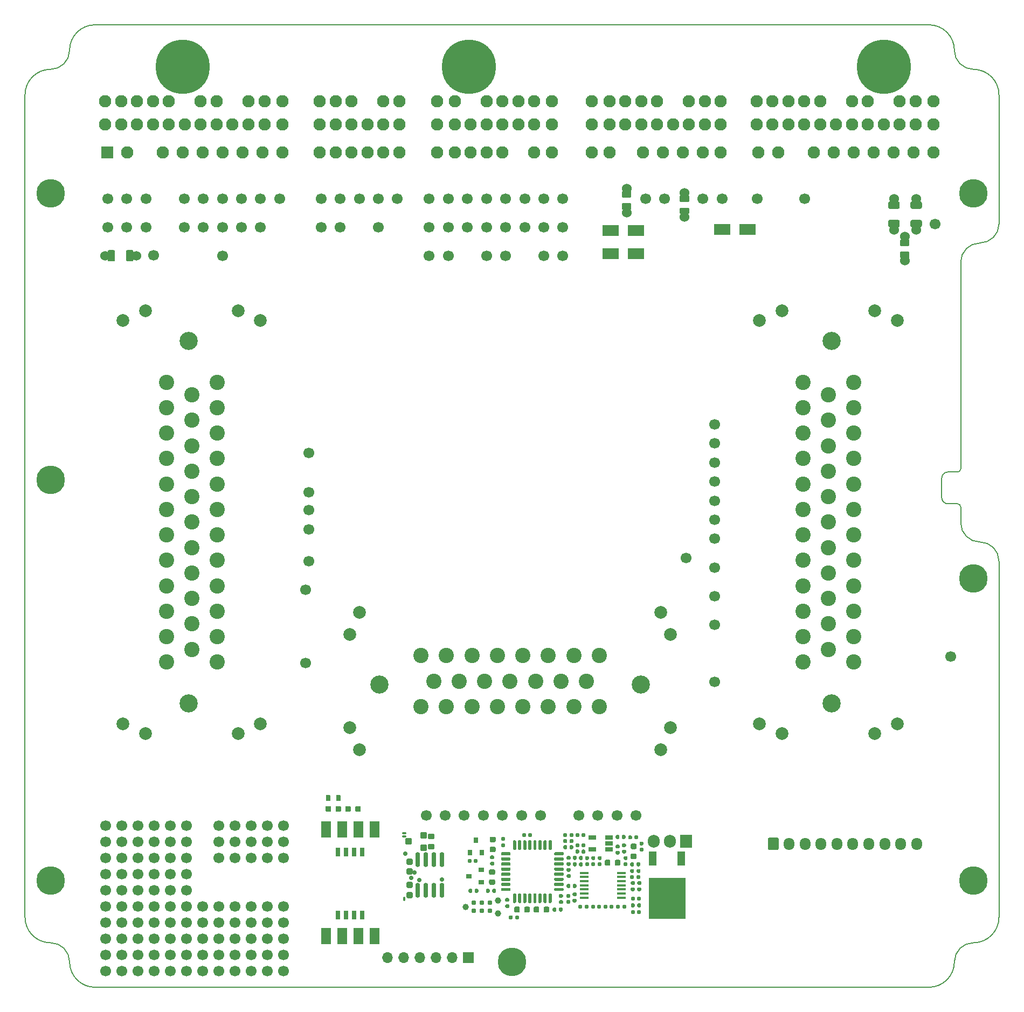
<source format=gts>
G75*
G70*
%OFA0B0*%
%FSLAX25Y25*%
%IPPOS*%
%LPD*%
%AMOC8*
5,1,8,0,0,1.08239X$1,22.5*
%
%AMM22*
21,1,0.040950,0.030320,0.000000,-0.000000,90.000000*
21,1,0.028350,0.042910,0.000000,-0.000000,90.000000*
1,1,0.012600,0.015160,0.014170*
1,1,0.012600,0.015160,-0.014170*
1,1,0.012600,-0.015160,-0.014170*
1,1,0.012600,-0.015160,0.014170*
%
%AMM23*
21,1,0.038980,0.026770,0.000000,-0.000000,270.000000*
21,1,0.026770,0.038980,0.000000,-0.000000,270.000000*
1,1,0.012210,-0.013390,-0.013390*
1,1,0.012210,-0.013390,0.013390*
1,1,0.012210,0.013390,0.013390*
1,1,0.012210,0.013390,-0.013390*
%
%AMM24*
21,1,0.033070,0.030710,0.000000,-0.000000,90.000000*
21,1,0.022050,0.041730,0.000000,-0.000000,90.000000*
1,1,0.011020,0.015350,0.011020*
1,1,0.011020,0.015350,-0.011020*
1,1,0.011020,-0.015350,-0.011020*
1,1,0.011020,-0.015350,0.011020*
%
%ADD108M22*%
%ADD109M23*%
%ADD11O,0.06693X0.07677*%
%ADD110M24*%
%ADD13C,0.33465*%
%ADD15C,0.03100*%
%ADD17O,0.01535X0.02520*%
%ADD24R,0.22835X0.25197*%
%ADD28R,0.04803X0.02559*%
%ADD29R,0.03543X0.03150*%
%ADD33O,0.01969X0.00984*%
%ADD35R,0.07500X0.07874*%
%ADD36C,0.02913*%
%ADD39O,0.02520X0.01535*%
%ADD41C,0.06693*%
%ADD42C,0.07874*%
%ADD45R,0.04724X0.08661*%
%ADD47R,0.05709X0.01772*%
%ADD49R,0.06693X0.06693*%
%ADD51R,0.03150X0.03543*%
%ADD53O,0.00984X0.01969*%
%ADD58C,0.02362*%
%ADD60O,0.06693X0.06693*%
%ADD61C,0.17717*%
%ADD62C,0.00787*%
%ADD63R,0.09843X0.07087*%
%ADD64R,0.07677X0.07677*%
%ADD65C,0.07677*%
%ADD66O,0.07500X0.07874*%
%ADD72R,0.05984X0.10000*%
%ADD75C,0.11220*%
%ADD79R,0.02717X0.05315*%
%ADD86C,0.09449*%
%ADD88C,0.03900*%
%ADD90C,0.06000*%
%ADD97O,0.02913X0.09213*%
X0000000Y0000000D02*
%LPD*%
G01*
D62*
X0015748Y0568110D02*
G75*
G03*
X0027559Y0579921I0000000J0011811D01*
G01*
X0602362Y0472441D02*
X0602362Y0552362D01*
X0027559Y0015748D02*
G75*
G03*
X0043307Y0000000I0015748J0000000D01*
G01*
X0043307Y0595669D02*
X0559055Y0595669D01*
X0586614Y0027559D02*
G75*
G03*
X0602362Y0043307I0000000J0015748D01*
G01*
X0576772Y0299213D02*
X0570866Y0299213D01*
X0043307Y0000000D02*
X0559055Y0000000D01*
X0566929Y0303150D02*
G75*
G03*
X0570866Y0299213I0003937J0000000D01*
G01*
X0015748Y0027559D02*
G75*
G02*
X0000000Y0043307I0000000J0015748D01*
G01*
X0566929Y0303150D02*
X0566929Y0314961D01*
X0578740Y0448819D02*
G75*
G02*
X0590551Y0460630I0011811J0000000D01*
G01*
X0586614Y0027559D02*
G75*
G03*
X0574803Y0015748I0000000J-011811D01*
G01*
X0027559Y0579921D02*
G75*
G02*
X0043307Y0595669I0015748J0000000D01*
G01*
X0000000Y0043307D02*
X0000000Y0552362D01*
X0574803Y0579921D02*
G75*
G03*
X0559055Y0595669I-015748J0000000D01*
G01*
X0590551Y0275591D02*
G75*
G02*
X0602362Y0263780I0000000J-011811D01*
G01*
X0570866Y0318898D02*
X0576772Y0318898D01*
X0015748Y0027559D02*
G75*
G02*
X0027559Y0015748I0000000J-011811D01*
G01*
X0586614Y0568110D02*
G75*
G02*
X0574803Y0579921I0000000J0011811D01*
G01*
X0576772Y0299213D02*
G75*
G02*
X0578740Y0297244I0000000J-001969D01*
G01*
X0576772Y0318898D02*
G75*
G03*
X0578740Y0320866I0000000J0001969D01*
G01*
X0566929Y0314961D02*
G75*
G02*
X0570866Y0318898I0003937J0000000D01*
G01*
X0578740Y0320866D02*
X0578740Y0448819D01*
X0578740Y0287402D02*
X0578740Y0297244D01*
X0590551Y0460630D02*
G75*
G03*
X0602362Y0472441I0000000J0011811D01*
G01*
X0574803Y0015748D02*
G75*
G02*
X0559055Y0000000I-015748J0000000D01*
G01*
X0015748Y0568110D02*
G75*
G03*
X0000000Y0552362I0000000J-015748D01*
G01*
X0578740Y0287402D02*
G75*
G03*
X0590551Y0275591I0011811J0000000D01*
G01*
X0602362Y0043307D02*
X0602362Y0263780D01*
X0586614Y0568110D02*
G75*
G02*
X0602362Y0552362I0000000J-015748D01*
G01*
D41*
X0426575Y0277559D03*
X0285433Y0488189D03*
X0122047Y0452756D03*
D63*
X0446850Y0468898D03*
X0431102Y0468898D03*
D41*
X0175394Y0330709D03*
X0206693Y0488189D03*
X0080000Y0060000D03*
X0080000Y0070000D03*
X0080000Y0080000D03*
X0080000Y0090000D03*
X0080000Y0100000D03*
X0090000Y0060000D03*
X0090000Y0070000D03*
X0090000Y0080000D03*
X0090000Y0090000D03*
X0090000Y0100000D03*
X0100000Y0060000D03*
X0100000Y0070000D03*
X0100000Y0080000D03*
X0100000Y0090000D03*
X0100000Y0100000D03*
X0318898Y0106299D03*
X0157480Y0488189D03*
G36*
G01*
X0186087Y0115539D02*
X0186087Y0118610D01*
G75*
G02*
X0186362Y0118886I0000276J0000000D01*
G01*
X0188567Y0118886D01*
G75*
G02*
X0188843Y0118610I0000000J-000276D01*
G01*
X0188843Y0115539D01*
G75*
G02*
X0188567Y0115264I-000276J0000000D01*
G01*
X0186362Y0115264D01*
G75*
G02*
X0186087Y0115539I0000000J0000276D01*
G01*
G37*
G36*
G01*
X0192386Y0115539D02*
X0192386Y0118610D01*
G75*
G02*
X0192661Y0118886I0000276J0000000D01*
G01*
X0194866Y0118886D01*
G75*
G02*
X0195142Y0118610I0000000J-000276D01*
G01*
X0195142Y0115539D01*
G75*
G02*
X0194866Y0115264I-000276J0000000D01*
G01*
X0192661Y0115264D01*
G75*
G02*
X0192386Y0115539I0000000J0000276D01*
G01*
G37*
X0366142Y0106299D03*
X0145669Y0470472D03*
X0332677Y0452756D03*
D90*
X0537402Y0487992D03*
G36*
G01*
X0533858Y0482697D02*
X0533858Y0485413D01*
G75*
G02*
X0534764Y0486319I0000906J0000000D01*
G01*
X0540039Y0486319D01*
G75*
G02*
X0540945Y0485413I0000000J-000906D01*
G01*
X0540945Y0482697D01*
G75*
G02*
X0540039Y0481791I-000906J0000000D01*
G01*
X0534764Y0481791D01*
G75*
G02*
X0533858Y0482697I0000000J0000906D01*
G01*
G37*
G36*
G01*
X0533858Y0471279D02*
X0533858Y0473996D01*
G75*
G02*
X0534764Y0474902I0000906J0000000D01*
G01*
X0540039Y0474902D01*
G75*
G02*
X0540945Y0473996I0000000J-000906D01*
G01*
X0540945Y0471279D01*
G75*
G02*
X0540039Y0470374I-000906J0000000D01*
G01*
X0534764Y0470374D01*
G75*
G02*
X0533858Y0471279I0000000J0000906D01*
G01*
G37*
X0537402Y0468701D03*
D53*
X0234475Y0054577D03*
D33*
X0234672Y0095325D03*
X0234672Y0093356D03*
D58*
X0238806Y0067569D03*
X0240873Y0071014D03*
X0243825Y0066388D03*
X0257802Y0066683D03*
D41*
X0426575Y0242126D03*
X0426575Y0224409D03*
X0050000Y0060000D03*
X0050000Y0070000D03*
X0050000Y0080000D03*
X0050000Y0090000D03*
X0050000Y0100000D03*
X0060000Y0060000D03*
X0060000Y0070000D03*
X0060000Y0080000D03*
X0060000Y0090000D03*
X0060000Y0100000D03*
X0070000Y0060000D03*
X0070000Y0070000D03*
X0070000Y0080000D03*
X0070000Y0090000D03*
X0070000Y0100000D03*
X0307087Y0106299D03*
X0160000Y0080000D03*
X0150000Y0080000D03*
X0140000Y0080000D03*
X0130000Y0080000D03*
X0120000Y0080000D03*
X0160000Y0090000D03*
X0150000Y0090000D03*
X0140000Y0090000D03*
X0130000Y0090000D03*
X0120000Y0090000D03*
X0160000Y0100000D03*
X0150000Y0100000D03*
X0140000Y0100000D03*
X0130000Y0100000D03*
X0120000Y0100000D03*
X0332677Y0470472D03*
X0297244Y0488189D03*
X0426575Y0324803D03*
X0297244Y0470472D03*
X0354331Y0106299D03*
D61*
X0015945Y0491339D03*
D41*
X0426575Y0312992D03*
X0273622Y0470472D03*
X0562992Y0472441D03*
X0342520Y0106299D03*
X0183071Y0470472D03*
X0173425Y0246063D03*
G36*
G01*
X0547638Y0482697D02*
X0547638Y0485413D01*
G75*
G02*
X0548543Y0486319I0000906J0000000D01*
G01*
X0553819Y0486319D01*
G75*
G02*
X0554724Y0485413I0000000J-000906D01*
G01*
X0554724Y0482697D01*
G75*
G02*
X0553819Y0481791I-000906J0000000D01*
G01*
X0548543Y0481791D01*
G75*
G02*
X0547638Y0482697I0000000J0000906D01*
G01*
G37*
D90*
X0551181Y0487992D03*
X0551181Y0468701D03*
G36*
G01*
X0547638Y0471279D02*
X0547638Y0473996D01*
G75*
G02*
X0548543Y0474902I0000906J0000000D01*
G01*
X0553819Y0474902D01*
G75*
G02*
X0554724Y0473996I0000000J-000906D01*
G01*
X0554724Y0471279D01*
G75*
G02*
X0553819Y0470374I-000906J0000000D01*
G01*
X0548543Y0470374D01*
G75*
G02*
X0547638Y0471279I0000000J0000906D01*
G01*
G37*
D41*
X0248031Y0106299D03*
G36*
G01*
X0405413Y0489961D02*
X0410335Y0489961D01*
G75*
G02*
X0410728Y0489567I0000000J-000394D01*
G01*
X0410728Y0486417D01*
G75*
G02*
X0410335Y0486024I-000394J0000000D01*
G01*
X0405413Y0486024D01*
G75*
G02*
X0405020Y0486417I0000000J0000394D01*
G01*
X0405020Y0489567D01*
G75*
G02*
X0405413Y0489961I0000394J0000000D01*
G01*
G37*
D90*
X0407874Y0491752D03*
X0407874Y0476752D03*
G36*
G01*
X0405413Y0482480D02*
X0410335Y0482480D01*
G75*
G02*
X0410728Y0482087I0000000J-000394D01*
G01*
X0410728Y0478937D01*
G75*
G02*
X0410335Y0478543I-000394J0000000D01*
G01*
X0405413Y0478543D01*
G75*
G02*
X0405020Y0478937I0000000J0000394D01*
G01*
X0405020Y0482087D01*
G75*
G02*
X0405413Y0482480I0000394J0000000D01*
G01*
G37*
D41*
X0377953Y0106299D03*
X0261811Y0452756D03*
G36*
G01*
X0459449Y0085925D02*
X0459449Y0091634D01*
G75*
G02*
X0460433Y0092618I0000984J0000000D01*
G01*
X0465157Y0092618D01*
G75*
G02*
X0466142Y0091634I0000000J-000984D01*
G01*
X0466142Y0085925D01*
G75*
G02*
X0465157Y0084941I-000984J0000000D01*
G01*
X0460433Y0084941D01*
G75*
G02*
X0459449Y0085925I0000000J0000984D01*
G01*
G37*
D11*
X0472638Y0088780D03*
X0482480Y0088780D03*
X0492323Y0088780D03*
X0502165Y0088780D03*
X0512008Y0088780D03*
X0521850Y0088780D03*
X0531693Y0088780D03*
X0541535Y0088780D03*
X0551378Y0088780D03*
D61*
X0015945Y0066142D03*
D41*
X0332677Y0488189D03*
X0098425Y0470472D03*
X0297244Y0452756D03*
X0194882Y0470472D03*
X0133858Y0470472D03*
D61*
X0301181Y0015551D03*
D41*
X0122047Y0488189D03*
D61*
X0586417Y0253150D03*
D63*
X0377953Y0468504D03*
X0362205Y0468504D03*
D41*
X0452756Y0488189D03*
D49*
X0274252Y0018504D03*
D60*
X0264252Y0018504D03*
X0254252Y0018504D03*
X0244252Y0018504D03*
X0234252Y0018504D03*
X0224252Y0018504D03*
D41*
X0062992Y0488189D03*
X0383858Y0488189D03*
X0395669Y0488189D03*
D90*
X0544094Y0464587D03*
G36*
G01*
X0541634Y0462795D02*
X0546555Y0462795D01*
G75*
G02*
X0546949Y0462402I0000000J-000394D01*
G01*
X0546949Y0459252D01*
G75*
G02*
X0546555Y0458858I-000394J0000000D01*
G01*
X0541634Y0458858D01*
G75*
G02*
X0541240Y0459252I0000000J0000394D01*
G01*
X0541240Y0462402D01*
G75*
G02*
X0541634Y0462795I0000394J0000000D01*
G01*
G37*
X0544094Y0449587D03*
G36*
G01*
X0541634Y0455315D02*
X0546555Y0455315D01*
G75*
G02*
X0546949Y0454921I0000000J-000394D01*
G01*
X0546949Y0451772D01*
G75*
G02*
X0546555Y0451378I-000394J0000000D01*
G01*
X0541634Y0451378D01*
G75*
G02*
X0541240Y0451772I0000000J0000394D01*
G01*
X0541240Y0454921D01*
G75*
G02*
X0541634Y0455315I0000394J0000000D01*
G01*
G37*
G36*
G01*
X0195437Y0111720D02*
X0195437Y0109043D01*
G75*
G02*
X0195102Y0108709I-000335J0000000D01*
G01*
X0192425Y0108709D01*
G75*
G02*
X0192091Y0109043I0000000J0000335D01*
G01*
X0192091Y0111720D01*
G75*
G02*
X0192425Y0112055I0000335J0000000D01*
G01*
X0195102Y0112055D01*
G75*
G02*
X0195437Y0111720I0000000J-000335D01*
G01*
G37*
G36*
G01*
X0189217Y0111720D02*
X0189217Y0109043D01*
G75*
G02*
X0188882Y0108709I-000335J0000000D01*
G01*
X0186205Y0108709D01*
G75*
G02*
X0185870Y0109043I0000000J0000335D01*
G01*
X0185870Y0111720D01*
G75*
G02*
X0186205Y0112055I0000335J0000000D01*
G01*
X0188882Y0112055D01*
G75*
G02*
X0189217Y0111720I0000000J-000335D01*
G01*
G37*
D41*
X0283465Y0106299D03*
X0133858Y0488189D03*
X0431102Y0488189D03*
X0218504Y0488189D03*
X0426575Y0301181D03*
X0426378Y0348425D03*
X0230315Y0488189D03*
X0273622Y0488189D03*
X0098425Y0488189D03*
X0320866Y0488189D03*
X0426575Y0188976D03*
X0250000Y0488189D03*
X0426575Y0259843D03*
X0175394Y0263780D03*
X0309055Y0470472D03*
X0218504Y0470472D03*
X0110000Y0010000D03*
X0110000Y0020000D03*
X0110000Y0030000D03*
X0110000Y0040000D03*
X0110000Y0050000D03*
X0120000Y0010000D03*
X0120000Y0020000D03*
X0120000Y0030000D03*
X0120000Y0040000D03*
X0120000Y0050000D03*
X0130000Y0010000D03*
X0130000Y0020000D03*
X0130000Y0030000D03*
X0130000Y0040000D03*
X0130000Y0050000D03*
X0051181Y0488189D03*
X0173425Y0200787D03*
X0050000Y0010000D03*
X0050000Y0020000D03*
X0050000Y0030000D03*
X0050000Y0040000D03*
X0050000Y0050000D03*
X0060000Y0010000D03*
X0060000Y0020000D03*
X0060000Y0030000D03*
X0060000Y0040000D03*
X0060000Y0050000D03*
X0070000Y0010000D03*
X0070000Y0020000D03*
X0070000Y0030000D03*
X0070000Y0040000D03*
X0070000Y0050000D03*
X0309055Y0488189D03*
X0250000Y0452756D03*
X0175394Y0306496D03*
X0080000Y0010000D03*
X0080000Y0020000D03*
X0080000Y0030000D03*
X0080000Y0040000D03*
X0080000Y0050000D03*
X0090000Y0010000D03*
X0090000Y0020000D03*
X0090000Y0030000D03*
X0090000Y0040000D03*
X0090000Y0050000D03*
X0100000Y0010000D03*
X0100000Y0020000D03*
X0100000Y0030000D03*
X0100000Y0040000D03*
X0100000Y0050000D03*
X0320866Y0470472D03*
X0295276Y0106299D03*
X0110236Y0488189D03*
X0261811Y0488189D03*
D61*
X0586417Y0491339D03*
D90*
X0372047Y0494508D03*
G36*
G01*
X0369587Y0492717D02*
X0374508Y0492717D01*
G75*
G02*
X0374902Y0492323I0000000J-000394D01*
G01*
X0374902Y0489173D01*
G75*
G02*
X0374508Y0488780I-000394J0000000D01*
G01*
X0369587Y0488780D01*
G75*
G02*
X0369193Y0489173I0000000J0000394D01*
G01*
X0369193Y0492323D01*
G75*
G02*
X0369587Y0492717I0000394J0000000D01*
G01*
G37*
G36*
G01*
X0369587Y0485236D02*
X0374508Y0485236D01*
G75*
G02*
X0374902Y0484842I0000000J-000394D01*
G01*
X0374902Y0481693D01*
G75*
G02*
X0374508Y0481299I-000394J0000000D01*
G01*
X0369587Y0481299D01*
G75*
G02*
X0369193Y0481693I0000000J0000394D01*
G01*
X0369193Y0484842D01*
G75*
G02*
X0369587Y0485236I0000394J0000000D01*
G01*
G37*
X0372047Y0479508D03*
D41*
X0259843Y0106299D03*
X0051181Y0470472D03*
X0122047Y0470472D03*
X0572441Y0204724D03*
X0285433Y0470472D03*
D63*
X0377953Y0453937D03*
X0362205Y0453937D03*
D61*
X0015945Y0314173D03*
D42*
X0131890Y0157185D03*
X0454331Y0412697D03*
D75*
X0219291Y0187500D03*
D42*
X0539370Y0163091D03*
X0393307Y0231988D03*
D75*
X0101181Y0175689D03*
X0498819Y0400098D03*
D42*
X0525591Y0418602D03*
X0200787Y0160728D03*
X0393307Y0146949D03*
X0539370Y0412697D03*
X0468110Y0157185D03*
X0060630Y0412697D03*
X0206693Y0231988D03*
X0200787Y0218209D03*
D75*
X0101181Y0400098D03*
D42*
X0145669Y0163091D03*
D75*
X0498819Y0175689D03*
X0380709Y0187500D03*
D42*
X0399213Y0160728D03*
X0131890Y0418602D03*
X0468110Y0418602D03*
X0074409Y0157185D03*
X0060630Y0163091D03*
X0074409Y0418602D03*
X0454331Y0163091D03*
X0525591Y0157185D03*
X0206693Y0146949D03*
X0145669Y0412697D03*
X0399213Y0218209D03*
D86*
X0512598Y0201280D03*
X0512598Y0217028D03*
X0512598Y0232776D03*
X0512598Y0248524D03*
X0512598Y0264272D03*
X0512598Y0280020D03*
X0512598Y0295768D03*
X0512598Y0311516D03*
X0512598Y0327264D03*
X0512598Y0343012D03*
X0512598Y0358760D03*
X0512598Y0374508D03*
X0496850Y0209154D03*
X0496850Y0224902D03*
X0496850Y0240650D03*
X0496850Y0256398D03*
X0496850Y0272146D03*
X0496850Y0287894D03*
X0496850Y0303642D03*
X0496850Y0319390D03*
X0496850Y0335138D03*
X0496850Y0350886D03*
X0496850Y0366634D03*
X0481102Y0201280D03*
X0481102Y0217028D03*
X0481102Y0232776D03*
X0481102Y0248524D03*
X0481102Y0264272D03*
X0481102Y0280020D03*
X0481102Y0295768D03*
X0481102Y0311516D03*
X0481102Y0327264D03*
X0481102Y0343012D03*
X0481102Y0358760D03*
X0481102Y0374508D03*
X0244882Y0173720D03*
X0260630Y0173720D03*
X0276378Y0173720D03*
X0292126Y0173720D03*
X0307874Y0173720D03*
X0323622Y0173720D03*
X0339370Y0173720D03*
X0355118Y0173720D03*
X0252756Y0189469D03*
X0268504Y0189469D03*
X0284252Y0189469D03*
X0300000Y0189469D03*
X0315748Y0189469D03*
X0331496Y0189469D03*
X0347244Y0189469D03*
X0244882Y0205217D03*
X0260630Y0205217D03*
X0276378Y0205217D03*
X0292126Y0205217D03*
X0307874Y0205217D03*
X0323622Y0205217D03*
X0339370Y0205217D03*
X0355118Y0205217D03*
X0087402Y0374508D03*
X0087402Y0358760D03*
X0087402Y0343012D03*
X0087402Y0327264D03*
X0087402Y0311516D03*
X0087402Y0295768D03*
X0087402Y0280020D03*
X0087402Y0264272D03*
X0087402Y0248524D03*
X0087402Y0232776D03*
X0087402Y0217028D03*
X0087402Y0201280D03*
X0103150Y0366634D03*
X0103150Y0350886D03*
X0103150Y0335138D03*
X0103150Y0319390D03*
X0103150Y0303642D03*
X0103150Y0287894D03*
X0103150Y0272146D03*
X0103150Y0256398D03*
X0103150Y0240650D03*
X0103150Y0224902D03*
X0103150Y0209154D03*
X0118898Y0374508D03*
X0118898Y0358760D03*
X0118898Y0343012D03*
X0118898Y0327264D03*
X0118898Y0311516D03*
X0118898Y0295768D03*
X0118898Y0280020D03*
X0118898Y0264272D03*
X0118898Y0248524D03*
X0118898Y0232776D03*
X0118898Y0217028D03*
X0118898Y0201280D03*
D41*
X0175394Y0295276D03*
X0419291Y0488189D03*
X0079528Y0453150D03*
X0271654Y0106299D03*
X0110236Y0470472D03*
X0320866Y0452756D03*
X0175394Y0283465D03*
X0408858Y0265748D03*
X0261811Y0470472D03*
X0482283Y0488189D03*
G36*
G01*
X0054705Y0449213D02*
X0051988Y0449213D01*
G75*
G02*
X0051083Y0450118I0000000J0000906D01*
G01*
X0051083Y0455394D01*
G75*
G02*
X0051988Y0456299I0000906J0000000D01*
G01*
X0054705Y0456299D01*
G75*
G02*
X0055610Y0455394I0000000J-000906D01*
G01*
X0055610Y0450118D01*
G75*
G02*
X0054705Y0449213I-000906J0000000D01*
G01*
G37*
D90*
X0049409Y0452756D03*
G36*
G01*
X0066122Y0449213D02*
X0063406Y0449213D01*
G75*
G02*
X0062500Y0450118I0000000J0000906D01*
G01*
X0062500Y0455394D01*
G75*
G02*
X0063406Y0456299I0000906J0000000D01*
G01*
X0066122Y0456299D01*
G75*
G02*
X0067028Y0455394I0000000J-000906D01*
G01*
X0067028Y0450118D01*
G75*
G02*
X0066122Y0449213I-000906J0000000D01*
G01*
G37*
X0068701Y0452756D03*
D41*
X0183071Y0488189D03*
X0285433Y0452756D03*
X0145669Y0488189D03*
D61*
X0586417Y0066142D03*
D65*
X0561811Y0516732D03*
X0549488Y0516732D03*
X0537165Y0516732D03*
X0524843Y0516732D03*
X0512520Y0516732D03*
X0500197Y0516732D03*
X0487874Y0516732D03*
X0465866Y0516732D03*
X0453543Y0516732D03*
X0561811Y0534055D03*
X0550787Y0534055D03*
X0540945Y0534055D03*
X0531102Y0534055D03*
X0521260Y0534055D03*
X0511417Y0534055D03*
X0501575Y0534055D03*
X0491732Y0534055D03*
X0481890Y0534055D03*
X0472047Y0534055D03*
X0462205Y0534055D03*
X0452362Y0534055D03*
X0561811Y0548228D03*
X0550787Y0548228D03*
X0540945Y0548228D03*
X0521260Y0548228D03*
X0511417Y0548228D03*
X0491732Y0548228D03*
X0481890Y0548228D03*
X0472047Y0548228D03*
X0462205Y0548228D03*
X0452362Y0548228D03*
X0430315Y0516732D03*
X0419291Y0516732D03*
X0406969Y0516732D03*
X0394646Y0516732D03*
X0382323Y0516732D03*
X0361417Y0516732D03*
X0350394Y0516732D03*
X0430315Y0534055D03*
X0420472Y0534055D03*
X0410630Y0534055D03*
X0400787Y0534055D03*
X0390945Y0534055D03*
X0381102Y0534055D03*
X0371260Y0534055D03*
X0361417Y0534055D03*
X0350394Y0534055D03*
X0430315Y0548228D03*
X0420472Y0548228D03*
X0410630Y0548228D03*
X0390945Y0548228D03*
X0381102Y0548228D03*
X0371260Y0548228D03*
X0361417Y0548228D03*
X0350394Y0548228D03*
X0325984Y0516732D03*
X0314961Y0516732D03*
X0295276Y0516732D03*
X0285433Y0516732D03*
X0275591Y0516732D03*
X0265748Y0516732D03*
X0254724Y0516732D03*
X0325984Y0534055D03*
X0314961Y0534055D03*
X0305118Y0534055D03*
X0295276Y0534055D03*
X0285433Y0534055D03*
X0275591Y0534055D03*
X0265748Y0534055D03*
X0254724Y0534055D03*
X0325984Y0548228D03*
X0314961Y0548228D03*
X0305118Y0548228D03*
X0295276Y0548228D03*
X0285433Y0548228D03*
X0265748Y0548228D03*
X0254724Y0548228D03*
X0231496Y0516732D03*
X0221654Y0516732D03*
X0211811Y0516732D03*
X0201969Y0516732D03*
X0192126Y0516732D03*
X0182283Y0516732D03*
X0231496Y0534055D03*
X0221654Y0534055D03*
X0211811Y0534055D03*
X0201969Y0534055D03*
X0192126Y0534055D03*
X0182283Y0534055D03*
X0231496Y0548228D03*
X0221654Y0548228D03*
X0201969Y0548228D03*
X0192126Y0548228D03*
X0182283Y0548228D03*
X0159055Y0516732D03*
X0146732Y0516732D03*
X0134409Y0516732D03*
X0122087Y0516732D03*
X0109764Y0516732D03*
X0097441Y0516732D03*
X0085118Y0516732D03*
X0063110Y0516732D03*
D64*
X0050787Y0516732D03*
D65*
X0159055Y0534055D03*
X0148031Y0534055D03*
X0138189Y0534055D03*
X0128346Y0534055D03*
X0118504Y0534055D03*
X0108661Y0534055D03*
X0098819Y0534055D03*
X0088976Y0534055D03*
X0079134Y0534055D03*
X0069291Y0534055D03*
X0059449Y0534055D03*
X0049606Y0534055D03*
X0159055Y0548228D03*
X0148031Y0548228D03*
X0138189Y0548228D03*
X0118504Y0548228D03*
X0108661Y0548228D03*
X0088976Y0548228D03*
X0079134Y0548228D03*
X0069291Y0548228D03*
X0059449Y0548228D03*
X0049606Y0548228D03*
D13*
X0097638Y0569685D03*
X0274409Y0569685D03*
X0531102Y0569685D03*
D41*
X0426575Y0289370D03*
G36*
G01*
X0198035Y0109043D02*
X0198035Y0111720D01*
G75*
G02*
X0198370Y0112055I0000335J0000000D01*
G01*
X0201047Y0112055D01*
G75*
G02*
X0201382Y0111720I0000000J-000335D01*
G01*
X0201382Y0109043D01*
G75*
G02*
X0201047Y0108709I-000335J0000000D01*
G01*
X0198370Y0108709D01*
G75*
G02*
X0198035Y0109043I0000000J0000335D01*
G01*
G37*
G36*
G01*
X0204256Y0109043D02*
X0204256Y0111720D01*
G75*
G02*
X0204591Y0112055I0000335J0000000D01*
G01*
X0207268Y0112055D01*
G75*
G02*
X0207602Y0111720I0000000J-000335D01*
G01*
X0207602Y0109043D01*
G75*
G02*
X0207268Y0108709I-000335J0000000D01*
G01*
X0204591Y0108709D01*
G75*
G02*
X0204256Y0109043I0000000J0000335D01*
G01*
G37*
X0074803Y0470472D03*
X0140000Y0010000D03*
X0140000Y0020000D03*
X0140000Y0030000D03*
X0140000Y0040000D03*
X0140000Y0050000D03*
X0150000Y0010000D03*
X0150000Y0020000D03*
X0150000Y0030000D03*
X0150000Y0040000D03*
X0150000Y0050000D03*
X0160000Y0010000D03*
X0160000Y0020000D03*
X0160000Y0030000D03*
X0160000Y0040000D03*
X0160000Y0050000D03*
D79*
X0208681Y0083567D03*
D72*
X0216161Y0097567D03*
D79*
X0203681Y0083567D03*
D72*
X0206161Y0097567D03*
X0196161Y0097567D03*
D79*
X0198681Y0083567D03*
D72*
X0186161Y0097567D03*
D79*
X0193681Y0083567D03*
D72*
X0186161Y0031567D03*
D79*
X0193681Y0044817D03*
X0198681Y0044817D03*
D72*
X0196161Y0031567D03*
D79*
X0203681Y0044817D03*
D72*
X0206161Y0031567D03*
D79*
X0208681Y0044817D03*
D72*
X0216161Y0031567D03*
D41*
X0062992Y0470472D03*
X0426378Y0336614D03*
X0250000Y0470472D03*
X0194882Y0488189D03*
X0074803Y0488189D03*
X0268307Y0038878D02*
%LPD*%
G01*
D35*
X0409016Y0090453D03*
D66*
X0399016Y0090453D03*
X0389016Y0090453D03*
G36*
G01*
X0336900Y0075177D02*
X0335541Y0075177D01*
G75*
G02*
X0334961Y0075758I0000000J0000581D01*
G01*
X0334961Y0076919D01*
G75*
G02*
X0335541Y0077500I0000581J0000000D01*
G01*
X0336900Y0077500D01*
G75*
G02*
X0337480Y0076919I0000000J-000581D01*
G01*
X0337480Y0075758D01*
G75*
G02*
X0336900Y0075177I-000581J0000000D01*
G01*
G37*
G36*
G01*
X0336900Y0078996D02*
X0335541Y0078996D01*
G75*
G02*
X0334961Y0079577I0000000J0000581D01*
G01*
X0334961Y0080738D01*
G75*
G02*
X0335541Y0081319I0000581J0000000D01*
G01*
X0336900Y0081319D01*
G75*
G02*
X0337480Y0080738I0000000J-000581D01*
G01*
X0337480Y0079577D01*
G75*
G02*
X0336900Y0078996I-000581J0000000D01*
G01*
G37*
G36*
G01*
X0371722Y0050520D02*
X0371722Y0049161D01*
G75*
G02*
X0371142Y0048581I-000581J0000000D01*
G01*
X0369980Y0048581D01*
G75*
G02*
X0369400Y0049161I0000000J0000581D01*
G01*
X0369400Y0050520D01*
G75*
G02*
X0369980Y0051100I0000581J0000000D01*
G01*
X0371142Y0051100D01*
G75*
G02*
X0371722Y0050520I0000000J-000581D01*
G01*
G37*
G36*
G01*
X0367903Y0050520D02*
X0367903Y0049161D01*
G75*
G02*
X0367323Y0048581I-000581J0000000D01*
G01*
X0366161Y0048581D01*
G75*
G02*
X0365581Y0049161I0000000J0000581D01*
G01*
X0365581Y0050520D01*
G75*
G02*
X0366161Y0051100I0000581J0000000D01*
G01*
X0367323Y0051100D01*
G75*
G02*
X0367903Y0050520I0000000J-000581D01*
G01*
G37*
G36*
G01*
X0374331Y0075411D02*
X0374331Y0076770D01*
G75*
G02*
X0374911Y0077350I0000581J0000000D01*
G01*
X0376073Y0077350D01*
G75*
G02*
X0376653Y0076770I0000000J-000581D01*
G01*
X0376653Y0075411D01*
G75*
G02*
X0376073Y0074831I-000581J0000000D01*
G01*
X0374911Y0074831D01*
G75*
G02*
X0374331Y0075411I0000000J0000581D01*
G01*
G37*
G36*
G01*
X0378150Y0075411D02*
X0378150Y0076770D01*
G75*
G02*
X0378730Y0077350I0000581J0000000D01*
G01*
X0379892Y0077350D01*
G75*
G02*
X0380472Y0076770I0000000J-000581D01*
G01*
X0380472Y0075411D01*
G75*
G02*
X0379892Y0074831I-000581J0000000D01*
G01*
X0378730Y0074831D01*
G75*
G02*
X0378150Y0075411I0000000J0000581D01*
G01*
G37*
G36*
G01*
X0274307Y0059030D02*
X0274307Y0060388D01*
G75*
G02*
X0274888Y0060969I0000581J0000000D01*
G01*
X0276049Y0060969D01*
G75*
G02*
X0276630Y0060388I0000000J-000581D01*
G01*
X0276630Y0059030D01*
G75*
G02*
X0276049Y0058449I-000581J0000000D01*
G01*
X0274888Y0058449D01*
G75*
G02*
X0274307Y0059030I0000000J0000581D01*
G01*
G37*
G36*
G01*
X0278126Y0059030D02*
X0278126Y0060388D01*
G75*
G02*
X0278707Y0060969I0000581J0000000D01*
G01*
X0279868Y0060969D01*
G75*
G02*
X0280449Y0060388I0000000J-000581D01*
G01*
X0280449Y0059030D01*
G75*
G02*
X0279868Y0058449I-000581J0000000D01*
G01*
X0278707Y0058449D01*
G75*
G02*
X0278126Y0059030I0000000J0000581D01*
G01*
G37*
G36*
G01*
X0287869Y0073032D02*
X0289887Y0073032D01*
G75*
G02*
X0290748Y0072170I0000000J-000861D01*
G01*
X0290748Y0070448D01*
G75*
G02*
X0289887Y0069587I-000861J0000000D01*
G01*
X0287869Y0069587D01*
G75*
G02*
X0287008Y0070448I0000000J0000861D01*
G01*
X0287008Y0072170D01*
G75*
G02*
X0287869Y0073032I0000861J0000000D01*
G01*
G37*
G36*
G01*
X0287869Y0066831D02*
X0289887Y0066831D01*
G75*
G02*
X0290748Y0065970I0000000J-000861D01*
G01*
X0290748Y0064247D01*
G75*
G02*
X0289887Y0063386I-000861J0000000D01*
G01*
X0287869Y0063386D01*
G75*
G02*
X0287008Y0064247I0000000J0000861D01*
G01*
X0287008Y0065970D01*
G75*
G02*
X0287869Y0066831I0000861J0000000D01*
G01*
G37*
G36*
G01*
X0358579Y0076082D02*
X0358579Y0078099D01*
G75*
G02*
X0359440Y0078961I0000861J0000000D01*
G01*
X0361162Y0078961D01*
G75*
G02*
X0362024Y0078099I0000000J-000861D01*
G01*
X0362024Y0076082D01*
G75*
G02*
X0361162Y0075221I-000861J0000000D01*
G01*
X0359440Y0075221D01*
G75*
G02*
X0358579Y0076082I0000000J0000861D01*
G01*
G37*
G36*
G01*
X0364779Y0076082D02*
X0364779Y0078099D01*
G75*
G02*
X0365641Y0078961I0000861J0000000D01*
G01*
X0367363Y0078961D01*
G75*
G02*
X0368224Y0078099I0000000J-000861D01*
G01*
X0368224Y0076082D01*
G75*
G02*
X0367363Y0075221I-000861J0000000D01*
G01*
X0365641Y0075221D01*
G75*
G02*
X0364779Y0076082I0000000J0000861D01*
G01*
G37*
G36*
G01*
X0363972Y0050520D02*
X0363972Y0049161D01*
G75*
G02*
X0363392Y0048581I-000581J0000000D01*
G01*
X0362230Y0048581D01*
G75*
G02*
X0361650Y0049161I0000000J0000581D01*
G01*
X0361650Y0050520D01*
G75*
G02*
X0362230Y0051100I0000581J0000000D01*
G01*
X0363392Y0051100D01*
G75*
G02*
X0363972Y0050520I0000000J-000581D01*
G01*
G37*
G36*
G01*
X0360153Y0050520D02*
X0360153Y0049161D01*
G75*
G02*
X0359573Y0048581I-000581J0000000D01*
G01*
X0358411Y0048581D01*
G75*
G02*
X0357831Y0049161I0000000J0000581D01*
G01*
X0357831Y0050520D01*
G75*
G02*
X0358411Y0051100I0000581J0000000D01*
G01*
X0359573Y0051100D01*
G75*
G02*
X0360153Y0050520I0000000J-000581D01*
G01*
G37*
G36*
G01*
X0376081Y0067020D02*
X0374722Y0067020D01*
G75*
G02*
X0374142Y0067600I0000000J0000581D01*
G01*
X0374142Y0068762D01*
G75*
G02*
X0374722Y0069343I0000581J0000000D01*
G01*
X0376081Y0069343D01*
G75*
G02*
X0376661Y0068762I0000000J-000581D01*
G01*
X0376661Y0067600D01*
G75*
G02*
X0376081Y0067020I-000581J0000000D01*
G01*
G37*
G36*
G01*
X0376081Y0070839D02*
X0374722Y0070839D01*
G75*
G02*
X0374142Y0071419I0000000J0000581D01*
G01*
X0374142Y0072581D01*
G75*
G02*
X0374722Y0073161I0000581J0000000D01*
G01*
X0376081Y0073161D01*
G75*
G02*
X0376661Y0072581I0000000J-000581D01*
G01*
X0376661Y0071419D01*
G75*
G02*
X0376081Y0070839I-000581J0000000D01*
G01*
G37*
G36*
G01*
X0369793Y0088996D02*
X0371151Y0088996D01*
G75*
G02*
X0371732Y0088415I0000000J-000581D01*
G01*
X0371732Y0087254D01*
G75*
G02*
X0371151Y0086673I-000581J0000000D01*
G01*
X0369793Y0086673D01*
G75*
G02*
X0369213Y0087254I0000000J0000581D01*
G01*
X0369213Y0088415D01*
G75*
G02*
X0369793Y0088996I0000581J0000000D01*
G01*
G37*
G36*
G01*
X0369793Y0085177D02*
X0371151Y0085177D01*
G75*
G02*
X0371732Y0084597I0000000J-000581D01*
G01*
X0371732Y0083435D01*
G75*
G02*
X0371151Y0082854I-000581J0000000D01*
G01*
X0369793Y0082854D01*
G75*
G02*
X0369213Y0083435I0000000J0000581D01*
G01*
X0369213Y0084597D01*
G75*
G02*
X0369793Y0085177I0000581J0000000D01*
G01*
G37*
G36*
G01*
X0365236Y0092333D02*
X0365236Y0093691D01*
G75*
G02*
X0365817Y0094272I0000581J0000000D01*
G01*
X0366978Y0094272D01*
G75*
G02*
X0367559Y0093691I0000000J-000581D01*
G01*
X0367559Y0092333D01*
G75*
G02*
X0366978Y0091752I-000581J0000000D01*
G01*
X0365817Y0091752D01*
G75*
G02*
X0365236Y0092333I0000000J0000581D01*
G01*
G37*
G36*
G01*
X0369055Y0092333D02*
X0369055Y0093691D01*
G75*
G02*
X0369636Y0094272I0000581J0000000D01*
G01*
X0370797Y0094272D01*
G75*
G02*
X0371378Y0093691I0000000J-000581D01*
G01*
X0371378Y0092333D01*
G75*
G02*
X0370797Y0091752I-000581J0000000D01*
G01*
X0369636Y0091752D01*
G75*
G02*
X0369055Y0092333I0000000J0000581D01*
G01*
G37*
G36*
G01*
X0340433Y0093514D02*
X0340433Y0094872D01*
G75*
G02*
X0341014Y0095453I0000581J0000000D01*
G01*
X0342175Y0095453D01*
G75*
G02*
X0342756Y0094872I0000000J-000581D01*
G01*
X0342756Y0093514D01*
G75*
G02*
X0342175Y0092933I-000581J0000000D01*
G01*
X0341014Y0092933D01*
G75*
G02*
X0340433Y0093514I0000000J0000581D01*
G01*
G37*
G36*
G01*
X0344252Y0093514D02*
X0344252Y0094872D01*
G75*
G02*
X0344833Y0095453I0000581J0000000D01*
G01*
X0345994Y0095453D01*
G75*
G02*
X0346575Y0094872I0000000J-000581D01*
G01*
X0346575Y0093514D01*
G75*
G02*
X0345994Y0092933I-000581J0000000D01*
G01*
X0344833Y0092933D01*
G75*
G02*
X0344252Y0093514I0000000J0000581D01*
G01*
G37*
G36*
G01*
X0356222Y0050520D02*
X0356222Y0049161D01*
G75*
G02*
X0355642Y0048581I-000581J0000000D01*
G01*
X0354480Y0048581D01*
G75*
G02*
X0353900Y0049161I0000000J0000581D01*
G01*
X0353900Y0050520D01*
G75*
G02*
X0354480Y0051100I0000581J0000000D01*
G01*
X0355642Y0051100D01*
G75*
G02*
X0356222Y0050520I0000000J-000581D01*
G01*
G37*
G36*
G01*
X0352403Y0050520D02*
X0352403Y0049161D01*
G75*
G02*
X0351823Y0048581I-000581J0000000D01*
G01*
X0350661Y0048581D01*
G75*
G02*
X0350081Y0049161I0000000J0000581D01*
G01*
X0350081Y0050520D01*
G75*
G02*
X0350661Y0051100I0000581J0000000D01*
G01*
X0351823Y0051100D01*
G75*
G02*
X0352403Y0050520I0000000J-000581D01*
G01*
G37*
G36*
G01*
X0348472Y0050520D02*
X0348472Y0049161D01*
G75*
G02*
X0347892Y0048581I-000581J0000000D01*
G01*
X0346730Y0048581D01*
G75*
G02*
X0346150Y0049161I0000000J0000581D01*
G01*
X0346150Y0050520D01*
G75*
G02*
X0346730Y0051100I0000581J0000000D01*
G01*
X0347892Y0051100D01*
G75*
G02*
X0348472Y0050520I0000000J-000581D01*
G01*
G37*
G36*
G01*
X0344653Y0050520D02*
X0344653Y0049161D01*
G75*
G02*
X0344073Y0048581I-000581J0000000D01*
G01*
X0342911Y0048581D01*
G75*
G02*
X0342331Y0049161I0000000J0000581D01*
G01*
X0342331Y0050520D01*
G75*
G02*
X0342911Y0051100I0000581J0000000D01*
G01*
X0344073Y0051100D01*
G75*
G02*
X0344653Y0050520I0000000J-000581D01*
G01*
G37*
G36*
G01*
X0372081Y0075020D02*
X0370722Y0075020D01*
G75*
G02*
X0370142Y0075600I0000000J0000581D01*
G01*
X0370142Y0076762D01*
G75*
G02*
X0370722Y0077343I0000581J0000000D01*
G01*
X0372081Y0077343D01*
G75*
G02*
X0372661Y0076762I0000000J-000581D01*
G01*
X0372661Y0075600D01*
G75*
G02*
X0372081Y0075020I-000581J0000000D01*
G01*
G37*
G36*
G01*
X0372081Y0078839D02*
X0370722Y0078839D01*
G75*
G02*
X0370142Y0079419I0000000J0000581D01*
G01*
X0370142Y0080581D01*
G75*
G02*
X0370722Y0081161I0000581J0000000D01*
G01*
X0372081Y0081161D01*
G75*
G02*
X0372661Y0080581I0000000J-000581D01*
G01*
X0372661Y0079419D01*
G75*
G02*
X0372081Y0078839I-000581J0000000D01*
G01*
G37*
D29*
X0282315Y0065069D03*
X0282315Y0072549D03*
X0274441Y0068809D03*
D47*
X0345787Y0070768D03*
X0345787Y0068209D03*
X0345787Y0065650D03*
X0345787Y0063091D03*
X0345787Y0060532D03*
X0345787Y0057972D03*
X0345787Y0055413D03*
X0369016Y0055413D03*
X0369016Y0057972D03*
X0369016Y0060532D03*
X0369016Y0063091D03*
X0369016Y0065650D03*
X0369016Y0068209D03*
X0369016Y0070768D03*
G36*
G01*
X0380081Y0067020D02*
X0378722Y0067020D01*
G75*
G02*
X0378142Y0067600I0000000J0000581D01*
G01*
X0378142Y0068762D01*
G75*
G02*
X0378722Y0069343I0000581J0000000D01*
G01*
X0380081Y0069343D01*
G75*
G02*
X0380661Y0068762I0000000J-000581D01*
G01*
X0380661Y0067600D01*
G75*
G02*
X0380081Y0067020I-000581J0000000D01*
G01*
G37*
G36*
G01*
X0380081Y0070839D02*
X0378722Y0070839D01*
G75*
G02*
X0378142Y0071419I0000000J0000581D01*
G01*
X0378142Y0072581D01*
G75*
G02*
X0378722Y0073161I0000581J0000000D01*
G01*
X0380081Y0073161D01*
G75*
G02*
X0380661Y0072581I0000000J-000581D01*
G01*
X0380661Y0071419D01*
G75*
G02*
X0380081Y0070839I-000581J0000000D01*
G01*
G37*
G36*
G01*
X0332953Y0089774D02*
X0332953Y0091132D01*
G75*
G02*
X0333533Y0091713I0000581J0000000D01*
G01*
X0334695Y0091713D01*
G75*
G02*
X0335276Y0091132I0000000J-000581D01*
G01*
X0335276Y0089774D01*
G75*
G02*
X0334695Y0089193I-000581J0000000D01*
G01*
X0333533Y0089193D01*
G75*
G02*
X0332953Y0089774I0000000J0000581D01*
G01*
G37*
G36*
G01*
X0336772Y0089774D02*
X0336772Y0091132D01*
G75*
G02*
X0337352Y0091713I0000581J0000000D01*
G01*
X0338514Y0091713D01*
G75*
G02*
X0339094Y0091132I0000000J-000581D01*
G01*
X0339094Y0089774D01*
G75*
G02*
X0338514Y0089193I-000581J0000000D01*
G01*
X0337352Y0089193D01*
G75*
G02*
X0336772Y0089774I0000000J0000581D01*
G01*
G37*
G36*
G01*
X0339094Y0094872D02*
X0339094Y0093514D01*
G75*
G02*
X0338514Y0092933I-000581J0000000D01*
G01*
X0337352Y0092933D01*
G75*
G02*
X0336772Y0093514I0000000J0000581D01*
G01*
X0336772Y0094872D01*
G75*
G02*
X0337352Y0095453I0000581J0000000D01*
G01*
X0338514Y0095453D01*
G75*
G02*
X0339094Y0094872I0000000J-000581D01*
G01*
G37*
G36*
G01*
X0335276Y0094872D02*
X0335276Y0093514D01*
G75*
G02*
X0334695Y0092933I-000581J0000000D01*
G01*
X0333533Y0092933D01*
G75*
G02*
X0332953Y0093514I0000000J0000581D01*
G01*
X0332953Y0094872D01*
G75*
G02*
X0333533Y0095453I0000581J0000000D01*
G01*
X0334695Y0095453D01*
G75*
G02*
X0335276Y0094872I0000000J-000581D01*
G01*
G37*
G36*
G01*
X0335541Y0073839D02*
X0336900Y0073839D01*
G75*
G02*
X0337480Y0073258I0000000J-000581D01*
G01*
X0337480Y0072097D01*
G75*
G02*
X0336900Y0071516I-000581J0000000D01*
G01*
X0335541Y0071516D01*
G75*
G02*
X0334961Y0072097I0000000J0000581D01*
G01*
X0334961Y0073258D01*
G75*
G02*
X0335541Y0073839I0000581J0000000D01*
G01*
G37*
G36*
G01*
X0335541Y0070020D02*
X0336900Y0070020D01*
G75*
G02*
X0337480Y0069439I0000000J-000581D01*
G01*
X0337480Y0068278D01*
G75*
G02*
X0336900Y0067697I-000581J0000000D01*
G01*
X0335541Y0067697D01*
G75*
G02*
X0334961Y0068278I0000000J0000581D01*
G01*
X0334961Y0069439D01*
G75*
G02*
X0335541Y0070020I0000581J0000000D01*
G01*
G37*
G36*
G01*
X0381978Y0084035D02*
X0380620Y0084035D01*
G75*
G02*
X0380039Y0084616I0000000J0000581D01*
G01*
X0380039Y0085778D01*
G75*
G02*
X0380620Y0086358I0000581J0000000D01*
G01*
X0381978Y0086358D01*
G75*
G02*
X0382559Y0085778I0000000J-000581D01*
G01*
X0382559Y0084616D01*
G75*
G02*
X0381978Y0084035I-000581J0000000D01*
G01*
G37*
G36*
G01*
X0381978Y0087854D02*
X0380620Y0087854D01*
G75*
G02*
X0380039Y0088435I0000000J0000581D01*
G01*
X0380039Y0089597D01*
G75*
G02*
X0380620Y0090177I0000581J0000000D01*
G01*
X0381978Y0090177D01*
G75*
G02*
X0382559Y0089597I0000000J-000581D01*
G01*
X0382559Y0088435D01*
G75*
G02*
X0381978Y0087854I-000581J0000000D01*
G01*
G37*
G36*
G01*
X0307421Y0093514D02*
X0307421Y0094872D01*
G75*
G02*
X0308002Y0095453I0000581J0000000D01*
G01*
X0309163Y0095453D01*
G75*
G02*
X0309744Y0094872I0000000J-000581D01*
G01*
X0309744Y0093514D01*
G75*
G02*
X0309163Y0092933I-000581J0000000D01*
G01*
X0308002Y0092933D01*
G75*
G02*
X0307421Y0093514I0000000J0000581D01*
G01*
G37*
G36*
G01*
X0311240Y0093514D02*
X0311240Y0094872D01*
G75*
G02*
X0311821Y0095453I0000581J0000000D01*
G01*
X0312982Y0095453D01*
G75*
G02*
X0313563Y0094872I0000000J-000581D01*
G01*
X0313563Y0093514D01*
G75*
G02*
X0312982Y0092933I-000581J0000000D01*
G01*
X0311821Y0092933D01*
G75*
G02*
X0311240Y0093514I0000000J0000581D01*
G01*
G37*
G36*
G01*
X0330817Y0057697D02*
X0332175Y0057697D01*
G75*
G02*
X0332756Y0057116I0000000J-000581D01*
G01*
X0332756Y0055955D01*
G75*
G02*
X0332175Y0055374I-000581J0000000D01*
G01*
X0330817Y0055374D01*
G75*
G02*
X0330236Y0055955I0000000J0000581D01*
G01*
X0330236Y0057116D01*
G75*
G02*
X0330817Y0057697I0000581J0000000D01*
G01*
G37*
G36*
G01*
X0330817Y0053878D02*
X0332175Y0053878D01*
G75*
G02*
X0332756Y0053297I0000000J-000581D01*
G01*
X0332756Y0052136D01*
G75*
G02*
X0332175Y0051555I-000581J0000000D01*
G01*
X0330817Y0051555D01*
G75*
G02*
X0330236Y0052136I0000000J0000581D01*
G01*
X0330236Y0053297D01*
G75*
G02*
X0330817Y0053878I0000581J0000000D01*
G01*
G37*
G36*
G01*
X0296348Y0086791D02*
X0294990Y0086791D01*
G75*
G02*
X0294409Y0087372I0000000J0000581D01*
G01*
X0294409Y0088534D01*
G75*
G02*
X0294990Y0089114I0000581J0000000D01*
G01*
X0296348Y0089114D01*
G75*
G02*
X0296929Y0088534I0000000J-000581D01*
G01*
X0296929Y0087372D01*
G75*
G02*
X0296348Y0086791I-000581J0000000D01*
G01*
G37*
G36*
G01*
X0296348Y0090610D02*
X0294990Y0090610D01*
G75*
G02*
X0294409Y0091191I0000000J0000581D01*
G01*
X0294409Y0092352D01*
G75*
G02*
X0294990Y0092933I0000581J0000000D01*
G01*
X0296348Y0092933D01*
G75*
G02*
X0296929Y0092352I0000000J-000581D01*
G01*
X0296929Y0091191D01*
G75*
G02*
X0296348Y0090610I-000581J0000000D01*
G01*
G37*
D45*
X0388071Y0079823D03*
D24*
X0397047Y0055020D03*
D45*
X0406024Y0079823D03*
G36*
G01*
X0374823Y0045876D02*
X0374823Y0047234D01*
G75*
G02*
X0375403Y0047815I0000581J0000000D01*
G01*
X0376565Y0047815D01*
G75*
G02*
X0377146Y0047234I0000000J-000581D01*
G01*
X0377146Y0045876D01*
G75*
G02*
X0376565Y0045295I-000581J0000000D01*
G01*
X0375403Y0045295D01*
G75*
G02*
X0374823Y0045876I0000000J0000581D01*
G01*
G37*
G36*
G01*
X0378642Y0045876D02*
X0378642Y0047234D01*
G75*
G02*
X0379222Y0047815I0000581J0000000D01*
G01*
X0380384Y0047815D01*
G75*
G02*
X0380964Y0047234I0000000J-000581D01*
G01*
X0380964Y0045876D01*
G75*
G02*
X0380384Y0045295I-000581J0000000D01*
G01*
X0379222Y0045295D01*
G75*
G02*
X0378642Y0045876I0000000J0000581D01*
G01*
G37*
G36*
G01*
X0336703Y0051555D02*
X0335344Y0051555D01*
G75*
G02*
X0334764Y0052136I0000000J0000581D01*
G01*
X0334764Y0053297D01*
G75*
G02*
X0335344Y0053878I0000581J0000000D01*
G01*
X0336703Y0053878D01*
G75*
G02*
X0337283Y0053297I0000000J-000581D01*
G01*
X0337283Y0052136D01*
G75*
G02*
X0336703Y0051555I-000581J0000000D01*
G01*
G37*
G36*
G01*
X0336703Y0055374D02*
X0335344Y0055374D01*
G75*
G02*
X0334764Y0055955I0000000J0000581D01*
G01*
X0334764Y0057116D01*
G75*
G02*
X0335344Y0057697I0000581J0000000D01*
G01*
X0336703Y0057697D01*
G75*
G02*
X0337283Y0057116I0000000J-000581D01*
G01*
X0337283Y0055955D01*
G75*
G02*
X0336703Y0055374I-000581J0000000D01*
G01*
G37*
G36*
G01*
X0373051Y0092136D02*
X0373051Y0093494D01*
G75*
G02*
X0373632Y0094075I0000581J0000000D01*
G01*
X0374793Y0094075D01*
G75*
G02*
X0375374Y0093494I0000000J-000581D01*
G01*
X0375374Y0092136D01*
G75*
G02*
X0374793Y0091555I-000581J0000000D01*
G01*
X0373632Y0091555D01*
G75*
G02*
X0373051Y0092136I0000000J0000581D01*
G01*
G37*
G36*
G01*
X0376870Y0092136D02*
X0376870Y0093494D01*
G75*
G02*
X0377451Y0094075I0000581J0000000D01*
G01*
X0378612Y0094075D01*
G75*
G02*
X0379193Y0093494I0000000J-000581D01*
G01*
X0379193Y0092136D01*
G75*
G02*
X0378612Y0091555I-000581J0000000D01*
G01*
X0377451Y0091555D01*
G75*
G02*
X0376870Y0092136I0000000J0000581D01*
G01*
G37*
G36*
G01*
X0339222Y0058661D02*
X0340581Y0058661D01*
G75*
G02*
X0341161Y0058081I0000000J-000581D01*
G01*
X0341161Y0056919D01*
G75*
G02*
X0340581Y0056339I-000581J0000000D01*
G01*
X0339222Y0056339D01*
G75*
G02*
X0338642Y0056919I0000000J0000581D01*
G01*
X0338642Y0058081D01*
G75*
G02*
X0339222Y0058661I0000581J0000000D01*
G01*
G37*
G36*
G01*
X0339222Y0054843D02*
X0340581Y0054843D01*
G75*
G02*
X0341161Y0054262I0000000J-000581D01*
G01*
X0341161Y0053100D01*
G75*
G02*
X0340581Y0052520I-000581J0000000D01*
G01*
X0339222Y0052520D01*
G75*
G02*
X0338642Y0053100I0000000J0000581D01*
G01*
X0338642Y0054262D01*
G75*
G02*
X0339222Y0054843I0000581J0000000D01*
G01*
G37*
G36*
G01*
X0285118Y0059065D02*
X0285118Y0060423D01*
G75*
G02*
X0285699Y0061004I0000581J0000000D01*
G01*
X0286860Y0061004D01*
G75*
G02*
X0287441Y0060423I0000000J-000581D01*
G01*
X0287441Y0059065D01*
G75*
G02*
X0286860Y0058484I-000581J0000000D01*
G01*
X0285699Y0058484D01*
G75*
G02*
X0285118Y0059065I0000000J0000581D01*
G01*
G37*
G36*
G01*
X0288937Y0059065D02*
X0288937Y0060423D01*
G75*
G02*
X0289518Y0061004I0000581J0000000D01*
G01*
X0290679Y0061004D01*
G75*
G02*
X0291260Y0060423I0000000J-000581D01*
G01*
X0291260Y0059065D01*
G75*
G02*
X0290679Y0058484I-000581J0000000D01*
G01*
X0289518Y0058484D01*
G75*
G02*
X0288937Y0059065I0000000J0000581D01*
G01*
G37*
G36*
G01*
X0324224Y0049099D02*
X0324224Y0047082D01*
G75*
G02*
X0323363Y0046221I-000861J0000000D01*
G01*
X0321641Y0046221D01*
G75*
G02*
X0320779Y0047082I0000000J0000861D01*
G01*
X0320779Y0049099D01*
G75*
G02*
X0321641Y0049961I0000861J0000000D01*
G01*
X0323363Y0049961D01*
G75*
G02*
X0324224Y0049099I0000000J-000861D01*
G01*
G37*
G36*
G01*
X0318024Y0049099D02*
X0318024Y0047082D01*
G75*
G02*
X0317162Y0046221I-000861J0000000D01*
G01*
X0315440Y0046221D01*
G75*
G02*
X0314579Y0047082I0000000J0000861D01*
G01*
X0314579Y0049099D01*
G75*
G02*
X0315440Y0049961I0000861J0000000D01*
G01*
X0317162Y0049961D01*
G75*
G02*
X0318024Y0049099I0000000J-000861D01*
G01*
G37*
G36*
G01*
X0332472Y0048770D02*
X0332472Y0047411D01*
G75*
G02*
X0331892Y0046831I-000581J0000000D01*
G01*
X0330730Y0046831D01*
G75*
G02*
X0330150Y0047411I0000000J0000581D01*
G01*
X0330150Y0048770D01*
G75*
G02*
X0330730Y0049350I0000581J0000000D01*
G01*
X0331892Y0049350D01*
G75*
G02*
X0332472Y0048770I0000000J-000581D01*
G01*
G37*
G36*
G01*
X0328653Y0048770D02*
X0328653Y0047411D01*
G75*
G02*
X0328073Y0046831I-000581J0000000D01*
G01*
X0326911Y0046831D01*
G75*
G02*
X0326331Y0047411I0000000J0000581D01*
G01*
X0326331Y0048770D01*
G75*
G02*
X0326911Y0049350I0000581J0000000D01*
G01*
X0328073Y0049350D01*
G75*
G02*
X0328653Y0048770I0000000J-000581D01*
G01*
G37*
G36*
G01*
X0344972Y0076770D02*
X0344972Y0075411D01*
G75*
G02*
X0344392Y0074831I-000581J0000000D01*
G01*
X0343230Y0074831D01*
G75*
G02*
X0342650Y0075411I0000000J0000581D01*
G01*
X0342650Y0076770D01*
G75*
G02*
X0343230Y0077350I0000581J0000000D01*
G01*
X0344392Y0077350D01*
G75*
G02*
X0344972Y0076770I0000000J-000581D01*
G01*
G37*
G36*
G01*
X0341153Y0076770D02*
X0341153Y0075411D01*
G75*
G02*
X0340573Y0074831I-000581J0000000D01*
G01*
X0339411Y0074831D01*
G75*
G02*
X0338831Y0075411I0000000J0000581D01*
G01*
X0338831Y0076770D01*
G75*
G02*
X0339411Y0077350I0000581J0000000D01*
G01*
X0340573Y0077350D01*
G75*
G02*
X0341153Y0076770I0000000J-000581D01*
G01*
G37*
G36*
G01*
X0350722Y0081161D02*
X0352081Y0081161D01*
G75*
G02*
X0352661Y0080581I0000000J-000581D01*
G01*
X0352661Y0079419D01*
G75*
G02*
X0352081Y0078839I-000581J0000000D01*
G01*
X0350722Y0078839D01*
G75*
G02*
X0350142Y0079419I0000000J0000581D01*
G01*
X0350142Y0080581D01*
G75*
G02*
X0350722Y0081161I0000581J0000000D01*
G01*
G37*
G36*
G01*
X0350722Y0077343D02*
X0352081Y0077343D01*
G75*
G02*
X0352661Y0076762I0000000J-000581D01*
G01*
X0352661Y0075600D01*
G75*
G02*
X0352081Y0075020I-000581J0000000D01*
G01*
X0350722Y0075020D01*
G75*
G02*
X0350142Y0075600I0000000J0000581D01*
G01*
X0350142Y0076762D01*
G75*
G02*
X0350722Y0077343I0000581J0000000D01*
G01*
G37*
G36*
G01*
X0346959Y0081161D02*
X0348317Y0081161D01*
G75*
G02*
X0348898Y0080581I0000000J-000581D01*
G01*
X0348898Y0079419D01*
G75*
G02*
X0348317Y0078839I-000581J0000000D01*
G01*
X0346959Y0078839D01*
G75*
G02*
X0346378Y0079419I0000000J0000581D01*
G01*
X0346378Y0080581D01*
G75*
G02*
X0346959Y0081161I0000581J0000000D01*
G01*
G37*
G36*
G01*
X0346959Y0077343D02*
X0348317Y0077343D01*
G75*
G02*
X0348898Y0076762I0000000J-000581D01*
G01*
X0348898Y0075600D01*
G75*
G02*
X0348317Y0075020I-000581J0000000D01*
G01*
X0346959Y0075020D01*
G75*
G02*
X0346378Y0075600I0000000J0000581D01*
G01*
X0346378Y0076762D01*
G75*
G02*
X0346959Y0077343I0000581J0000000D01*
G01*
G37*
G36*
G01*
X0344972Y0080770D02*
X0344972Y0079411D01*
G75*
G02*
X0344392Y0078831I-000581J0000000D01*
G01*
X0343230Y0078831D01*
G75*
G02*
X0342650Y0079411I0000000J0000581D01*
G01*
X0342650Y0080770D01*
G75*
G02*
X0343230Y0081350I0000581J0000000D01*
G01*
X0344392Y0081350D01*
G75*
G02*
X0344972Y0080770I0000000J-000581D01*
G01*
G37*
G36*
G01*
X0341153Y0080770D02*
X0341153Y0079411D01*
G75*
G02*
X0340573Y0078831I-000581J0000000D01*
G01*
X0339411Y0078831D01*
G75*
G02*
X0338831Y0079411I0000000J0000581D01*
G01*
X0338831Y0080770D01*
G75*
G02*
X0339411Y0081350I0000581J0000000D01*
G01*
X0340573Y0081350D01*
G75*
G02*
X0341153Y0080770I0000000J-000581D01*
G01*
G37*
D28*
X0361063Y0085335D03*
X0361063Y0089075D03*
X0361063Y0092815D03*
X0350748Y0092815D03*
X0350748Y0085335D03*
G36*
G01*
X0354722Y0081161D02*
X0356081Y0081161D01*
G75*
G02*
X0356661Y0080581I0000000J-000581D01*
G01*
X0356661Y0079419D01*
G75*
G02*
X0356081Y0078839I-000581J0000000D01*
G01*
X0354722Y0078839D01*
G75*
G02*
X0354142Y0079419I0000000J0000581D01*
G01*
X0354142Y0080581D01*
G75*
G02*
X0354722Y0081161I0000581J0000000D01*
G01*
G37*
G36*
G01*
X0354722Y0077343D02*
X0356081Y0077343D01*
G75*
G02*
X0356661Y0076762I0000000J-000581D01*
G01*
X0356661Y0075600D01*
G75*
G02*
X0356081Y0075020I-000581J0000000D01*
G01*
X0354722Y0075020D01*
G75*
G02*
X0354142Y0075600I0000000J0000581D01*
G01*
X0354142Y0076762D01*
G75*
G02*
X0354722Y0077343I0000581J0000000D01*
G01*
G37*
G36*
G01*
X0365856Y0088209D02*
X0367214Y0088209D01*
G75*
G02*
X0367795Y0087628I0000000J-000581D01*
G01*
X0367795Y0086467D01*
G75*
G02*
X0367214Y0085886I-000581J0000000D01*
G01*
X0365856Y0085886D01*
G75*
G02*
X0365276Y0086467I0000000J0000581D01*
G01*
X0365276Y0087628D01*
G75*
G02*
X0365856Y0088209I0000581J0000000D01*
G01*
G37*
G36*
G01*
X0365856Y0084390D02*
X0367214Y0084390D01*
G75*
G02*
X0367795Y0083809I0000000J-000581D01*
G01*
X0367795Y0082648D01*
G75*
G02*
X0367214Y0082067I-000581J0000000D01*
G01*
X0365856Y0082067D01*
G75*
G02*
X0365276Y0082648I0000000J0000581D01*
G01*
X0365276Y0083809D01*
G75*
G02*
X0365856Y0084390I0000581J0000000D01*
G01*
G37*
G36*
G01*
X0379222Y0065661D02*
X0380581Y0065661D01*
G75*
G02*
X0381161Y0065081I0000000J-000581D01*
G01*
X0381161Y0063919D01*
G75*
G02*
X0380581Y0063339I-000581J0000000D01*
G01*
X0379222Y0063339D01*
G75*
G02*
X0378642Y0063919I0000000J0000581D01*
G01*
X0378642Y0065081D01*
G75*
G02*
X0379222Y0065661I0000581J0000000D01*
G01*
G37*
G36*
G01*
X0379222Y0061843D02*
X0380581Y0061843D01*
G75*
G02*
X0381161Y0061262I0000000J-000581D01*
G01*
X0381161Y0060100D01*
G75*
G02*
X0380581Y0059520I-000581J0000000D01*
G01*
X0379222Y0059520D01*
G75*
G02*
X0378642Y0060100I0000000J0000581D01*
G01*
X0378642Y0061262D01*
G75*
G02*
X0379222Y0061843I0000581J0000000D01*
G01*
G37*
G36*
G01*
X0377410Y0079268D02*
X0375393Y0079268D01*
G75*
G02*
X0374531Y0080129I0000000J0000861D01*
G01*
X0374531Y0081851D01*
G75*
G02*
X0375393Y0082713I0000861J0000000D01*
G01*
X0377410Y0082713D01*
G75*
G02*
X0378272Y0081851I0000000J-000861D01*
G01*
X0378272Y0080129D01*
G75*
G02*
X0377410Y0079268I-000861J0000000D01*
G01*
G37*
G36*
G01*
X0377410Y0085469D02*
X0375393Y0085469D01*
G75*
G02*
X0374531Y0086330I0000000J0000861D01*
G01*
X0374531Y0088052D01*
G75*
G02*
X0375393Y0088913I0000861J0000000D01*
G01*
X0377410Y0088913D01*
G75*
G02*
X0378272Y0088052I0000000J-000861D01*
G01*
X0378272Y0086330D01*
G75*
G02*
X0377410Y0085469I-000861J0000000D01*
G01*
G37*
G36*
G01*
X0374823Y0054144D02*
X0374823Y0055502D01*
G75*
G02*
X0375403Y0056083I0000581J0000000D01*
G01*
X0376565Y0056083D01*
G75*
G02*
X0377146Y0055502I0000000J-000581D01*
G01*
X0377146Y0054144D01*
G75*
G02*
X0376565Y0053563I-000581J0000000D01*
G01*
X0375403Y0053563D01*
G75*
G02*
X0374823Y0054144I0000000J0000581D01*
G01*
G37*
G36*
G01*
X0378642Y0054144D02*
X0378642Y0055502D01*
G75*
G02*
X0379222Y0056083I0000581J0000000D01*
G01*
X0380384Y0056083D01*
G75*
G02*
X0380964Y0055502I0000000J-000581D01*
G01*
X0380964Y0054144D01*
G75*
G02*
X0380384Y0053563I-000581J0000000D01*
G01*
X0379222Y0053563D01*
G75*
G02*
X0378642Y0054144I0000000J0000581D01*
G01*
G37*
G36*
G01*
X0380964Y0051368D02*
X0380964Y0050010D01*
G75*
G02*
X0380384Y0049429I-000581J0000000D01*
G01*
X0379222Y0049429D01*
G75*
G02*
X0378642Y0050010I0000000J0000581D01*
G01*
X0378642Y0051368D01*
G75*
G02*
X0379222Y0051949I0000581J0000000D01*
G01*
X0380384Y0051949D01*
G75*
G02*
X0380964Y0051368I0000000J-000581D01*
G01*
G37*
G36*
G01*
X0377146Y0051368D02*
X0377146Y0050010D01*
G75*
G02*
X0376565Y0049429I-000581J0000000D01*
G01*
X0375403Y0049429D01*
G75*
G02*
X0374823Y0050010I0000000J0000581D01*
G01*
X0374823Y0051368D01*
G75*
G02*
X0375403Y0051949I0000581J0000000D01*
G01*
X0376565Y0051949D01*
G75*
G02*
X0377146Y0051368I0000000J-000581D01*
G01*
G37*
G36*
G01*
X0302579Y0047082D02*
X0302579Y0049099D01*
G75*
G02*
X0303440Y0049961I0000861J0000000D01*
G01*
X0305162Y0049961D01*
G75*
G02*
X0306024Y0049099I0000000J-000861D01*
G01*
X0306024Y0047082D01*
G75*
G02*
X0305162Y0046221I-000861J0000000D01*
G01*
X0303440Y0046221D01*
G75*
G02*
X0302579Y0047082I0000000J0000861D01*
G01*
G37*
G36*
G01*
X0308779Y0047082D02*
X0308779Y0049099D01*
G75*
G02*
X0309641Y0049961I0000861J0000000D01*
G01*
X0311363Y0049961D01*
G75*
G02*
X0312224Y0049099I0000000J-000861D01*
G01*
X0312224Y0047082D01*
G75*
G02*
X0311363Y0046221I-000861J0000000D01*
G01*
X0309641Y0046221D01*
G75*
G02*
X0308779Y0047082I0000000J0000861D01*
G01*
G37*
G36*
G01*
X0299350Y0042530D02*
X0299350Y0043888D01*
G75*
G02*
X0299931Y0044469I0000581J0000000D01*
G01*
X0301092Y0044469D01*
G75*
G02*
X0301673Y0043888I0000000J-000581D01*
G01*
X0301673Y0042530D01*
G75*
G02*
X0301092Y0041949I-000581J0000000D01*
G01*
X0299931Y0041949D01*
G75*
G02*
X0299350Y0042530I0000000J0000581D01*
G01*
G37*
G36*
G01*
X0303169Y0042530D02*
X0303169Y0043888D01*
G75*
G02*
X0303750Y0044469I0000581J0000000D01*
G01*
X0304911Y0044469D01*
G75*
G02*
X0305492Y0043888I0000000J-000581D01*
G01*
X0305492Y0042530D01*
G75*
G02*
X0304911Y0041949I-000581J0000000D01*
G01*
X0303750Y0041949D01*
G75*
G02*
X0303169Y0042530I0000000J0000581D01*
G01*
G37*
G36*
G01*
X0346575Y0084636D02*
X0346575Y0083278D01*
G75*
G02*
X0345994Y0082697I-000581J0000000D01*
G01*
X0344833Y0082697D01*
G75*
G02*
X0344252Y0083278I0000000J0000581D01*
G01*
X0344252Y0084636D01*
G75*
G02*
X0344833Y0085217I0000581J0000000D01*
G01*
X0345994Y0085217D01*
G75*
G02*
X0346575Y0084636I0000000J-000581D01*
G01*
G37*
G36*
G01*
X0342756Y0084636D02*
X0342756Y0083278D01*
G75*
G02*
X0342175Y0082697I-000581J0000000D01*
G01*
X0341014Y0082697D01*
G75*
G02*
X0340433Y0083278I0000000J0000581D01*
G01*
X0340433Y0084636D01*
G75*
G02*
X0341014Y0085217I0000581J0000000D01*
G01*
X0342175Y0085217D01*
G75*
G02*
X0342756Y0084636I0000000J-000581D01*
G01*
G37*
G36*
G01*
X0333169Y0061024D02*
X0333169Y0060039D01*
G75*
G02*
X0332677Y0059547I-000492J0000000D01*
G01*
X0327756Y0059547D01*
G75*
G02*
X0327264Y0060039I0000000J0000492D01*
G01*
X0327264Y0061024D01*
G75*
G02*
X0327756Y0061516I0000492J0000000D01*
G01*
X0332677Y0061516D01*
G75*
G02*
X0333169Y0061024I0000000J-000492D01*
G01*
G37*
G36*
G01*
X0333169Y0064173D02*
X0333169Y0063189D01*
G75*
G02*
X0332677Y0062697I-000492J0000000D01*
G01*
X0327756Y0062697D01*
G75*
G02*
X0327264Y0063189I0000000J0000492D01*
G01*
X0327264Y0064173D01*
G75*
G02*
X0327756Y0064665I0000492J0000000D01*
G01*
X0332677Y0064665D01*
G75*
G02*
X0333169Y0064173I0000000J-000492D01*
G01*
G37*
G36*
G01*
X0333169Y0067323D02*
X0333169Y0066339D01*
G75*
G02*
X0332677Y0065847I-000492J0000000D01*
G01*
X0327756Y0065847D01*
G75*
G02*
X0327264Y0066339I0000000J0000492D01*
G01*
X0327264Y0067323D01*
G75*
G02*
X0327756Y0067815I0000492J0000000D01*
G01*
X0332677Y0067815D01*
G75*
G02*
X0333169Y0067323I0000000J-000492D01*
G01*
G37*
G36*
G01*
X0333169Y0070472D02*
X0333169Y0069488D01*
G75*
G02*
X0332677Y0068996I-000492J0000000D01*
G01*
X0327756Y0068996D01*
G75*
G02*
X0327264Y0069488I0000000J0000492D01*
G01*
X0327264Y0070472D01*
G75*
G02*
X0327756Y0070965I0000492J0000000D01*
G01*
X0332677Y0070965D01*
G75*
G02*
X0333169Y0070472I0000000J-000492D01*
G01*
G37*
G36*
G01*
X0333169Y0073622D02*
X0333169Y0072638D01*
G75*
G02*
X0332677Y0072146I-000492J0000000D01*
G01*
X0327756Y0072146D01*
G75*
G02*
X0327264Y0072638I0000000J0000492D01*
G01*
X0327264Y0073622D01*
G75*
G02*
X0327756Y0074114I0000492J0000000D01*
G01*
X0332677Y0074114D01*
G75*
G02*
X0333169Y0073622I0000000J-000492D01*
G01*
G37*
G36*
G01*
X0333169Y0076772D02*
X0333169Y0075787D01*
G75*
G02*
X0332677Y0075295I-000492J0000000D01*
G01*
X0327756Y0075295D01*
G75*
G02*
X0327264Y0075787I0000000J0000492D01*
G01*
X0327264Y0076772D01*
G75*
G02*
X0327756Y0077264I0000492J0000000D01*
G01*
X0332677Y0077264D01*
G75*
G02*
X0333169Y0076772I0000000J-000492D01*
G01*
G37*
G36*
G01*
X0333169Y0079921D02*
X0333169Y0078937D01*
G75*
G02*
X0332677Y0078445I-000492J0000000D01*
G01*
X0327756Y0078445D01*
G75*
G02*
X0327264Y0078937I0000000J0000492D01*
G01*
X0327264Y0079921D01*
G75*
G02*
X0327756Y0080413I0000492J0000000D01*
G01*
X0332677Y0080413D01*
G75*
G02*
X0333169Y0079921I0000000J-000492D01*
G01*
G37*
G36*
G01*
X0333169Y0083071D02*
X0333169Y0082087D01*
G75*
G02*
X0332677Y0081595I-000492J0000000D01*
G01*
X0327756Y0081595D01*
G75*
G02*
X0327264Y0082087I0000000J0000492D01*
G01*
X0327264Y0083071D01*
G75*
G02*
X0327756Y0083563I0000492J0000000D01*
G01*
X0332677Y0083563D01*
G75*
G02*
X0333169Y0083071I0000000J-000492D01*
G01*
G37*
G36*
G01*
X0325787Y0090453D02*
X0325787Y0085532D01*
G75*
G02*
X0325295Y0085039I-000492J0000000D01*
G01*
X0324311Y0085039D01*
G75*
G02*
X0323819Y0085532I0000000J0000492D01*
G01*
X0323819Y0090453D01*
G75*
G02*
X0324311Y0090945I0000492J0000000D01*
G01*
X0325295Y0090945D01*
G75*
G02*
X0325787Y0090453I0000000J-000492D01*
G01*
G37*
G36*
G01*
X0322638Y0090453D02*
X0322638Y0085532D01*
G75*
G02*
X0322146Y0085039I-000492J0000000D01*
G01*
X0321161Y0085039D01*
G75*
G02*
X0320669Y0085532I0000000J0000492D01*
G01*
X0320669Y0090453D01*
G75*
G02*
X0321161Y0090945I0000492J0000000D01*
G01*
X0322146Y0090945D01*
G75*
G02*
X0322638Y0090453I0000000J-000492D01*
G01*
G37*
G36*
G01*
X0319488Y0090453D02*
X0319488Y0085532D01*
G75*
G02*
X0318996Y0085039I-000492J0000000D01*
G01*
X0318012Y0085039D01*
G75*
G02*
X0317520Y0085532I0000000J0000492D01*
G01*
X0317520Y0090453D01*
G75*
G02*
X0318012Y0090945I0000492J0000000D01*
G01*
X0318996Y0090945D01*
G75*
G02*
X0319488Y0090453I0000000J-000492D01*
G01*
G37*
G36*
G01*
X0316338Y0090453D02*
X0316338Y0085532D01*
G75*
G02*
X0315846Y0085039I-000492J0000000D01*
G01*
X0314862Y0085039D01*
G75*
G02*
X0314370Y0085532I0000000J0000492D01*
G01*
X0314370Y0090453D01*
G75*
G02*
X0314862Y0090945I0000492J0000000D01*
G01*
X0315846Y0090945D01*
G75*
G02*
X0316338Y0090453I0000000J-000492D01*
G01*
G37*
G36*
G01*
X0313189Y0090453D02*
X0313189Y0085532D01*
G75*
G02*
X0312697Y0085039I-000492J0000000D01*
G01*
X0311713Y0085039D01*
G75*
G02*
X0311220Y0085532I0000000J0000492D01*
G01*
X0311220Y0090453D01*
G75*
G02*
X0311713Y0090945I0000492J0000000D01*
G01*
X0312697Y0090945D01*
G75*
G02*
X0313189Y0090453I0000000J-000492D01*
G01*
G37*
G36*
G01*
X0310039Y0090453D02*
X0310039Y0085532D01*
G75*
G02*
X0309547Y0085039I-000492J0000000D01*
G01*
X0308563Y0085039D01*
G75*
G02*
X0308071Y0085532I0000000J0000492D01*
G01*
X0308071Y0090453D01*
G75*
G02*
X0308563Y0090945I0000492J0000000D01*
G01*
X0309547Y0090945D01*
G75*
G02*
X0310039Y0090453I0000000J-000492D01*
G01*
G37*
G36*
G01*
X0306890Y0090453D02*
X0306890Y0085532D01*
G75*
G02*
X0306398Y0085039I-000492J0000000D01*
G01*
X0305413Y0085039D01*
G75*
G02*
X0304921Y0085532I0000000J0000492D01*
G01*
X0304921Y0090453D01*
G75*
G02*
X0305413Y0090945I0000492J0000000D01*
G01*
X0306398Y0090945D01*
G75*
G02*
X0306890Y0090453I0000000J-000492D01*
G01*
G37*
G36*
G01*
X0303740Y0090453D02*
X0303740Y0085532D01*
G75*
G02*
X0303248Y0085039I-000492J0000000D01*
G01*
X0302264Y0085039D01*
G75*
G02*
X0301772Y0085532I0000000J0000492D01*
G01*
X0301772Y0090453D01*
G75*
G02*
X0302264Y0090945I0000492J0000000D01*
G01*
X0303248Y0090945D01*
G75*
G02*
X0303740Y0090453I0000000J-000492D01*
G01*
G37*
G36*
G01*
X0300295Y0083071D02*
X0300295Y0082087D01*
G75*
G02*
X0299803Y0081595I-000492J0000000D01*
G01*
X0294882Y0081595D01*
G75*
G02*
X0294390Y0082087I0000000J0000492D01*
G01*
X0294390Y0083071D01*
G75*
G02*
X0294882Y0083563I0000492J0000000D01*
G01*
X0299803Y0083563D01*
G75*
G02*
X0300295Y0083071I0000000J-000492D01*
G01*
G37*
G36*
G01*
X0300295Y0079921D02*
X0300295Y0078937D01*
G75*
G02*
X0299803Y0078445I-000492J0000000D01*
G01*
X0294882Y0078445D01*
G75*
G02*
X0294390Y0078937I0000000J0000492D01*
G01*
X0294390Y0079921D01*
G75*
G02*
X0294882Y0080413I0000492J0000000D01*
G01*
X0299803Y0080413D01*
G75*
G02*
X0300295Y0079921I0000000J-000492D01*
G01*
G37*
G36*
G01*
X0300295Y0076772D02*
X0300295Y0075787D01*
G75*
G02*
X0299803Y0075295I-000492J0000000D01*
G01*
X0294882Y0075295D01*
G75*
G02*
X0294390Y0075787I0000000J0000492D01*
G01*
X0294390Y0076772D01*
G75*
G02*
X0294882Y0077264I0000492J0000000D01*
G01*
X0299803Y0077264D01*
G75*
G02*
X0300295Y0076772I0000000J-000492D01*
G01*
G37*
G36*
G01*
X0300295Y0073622D02*
X0300295Y0072638D01*
G75*
G02*
X0299803Y0072146I-000492J0000000D01*
G01*
X0294882Y0072146D01*
G75*
G02*
X0294390Y0072638I0000000J0000492D01*
G01*
X0294390Y0073622D01*
G75*
G02*
X0294882Y0074114I0000492J0000000D01*
G01*
X0299803Y0074114D01*
G75*
G02*
X0300295Y0073622I0000000J-000492D01*
G01*
G37*
G36*
G01*
X0300295Y0070472D02*
X0300295Y0069488D01*
G75*
G02*
X0299803Y0068996I-000492J0000000D01*
G01*
X0294882Y0068996D01*
G75*
G02*
X0294390Y0069488I0000000J0000492D01*
G01*
X0294390Y0070472D01*
G75*
G02*
X0294882Y0070965I0000492J0000000D01*
G01*
X0299803Y0070965D01*
G75*
G02*
X0300295Y0070472I0000000J-000492D01*
G01*
G37*
G36*
G01*
X0300295Y0067323D02*
X0300295Y0066339D01*
G75*
G02*
X0299803Y0065847I-000492J0000000D01*
G01*
X0294882Y0065847D01*
G75*
G02*
X0294390Y0066339I0000000J0000492D01*
G01*
X0294390Y0067323D01*
G75*
G02*
X0294882Y0067815I0000492J0000000D01*
G01*
X0299803Y0067815D01*
G75*
G02*
X0300295Y0067323I0000000J-000492D01*
G01*
G37*
G36*
G01*
X0300295Y0064173D02*
X0300295Y0063189D01*
G75*
G02*
X0299803Y0062697I-000492J0000000D01*
G01*
X0294882Y0062697D01*
G75*
G02*
X0294390Y0063189I0000000J0000492D01*
G01*
X0294390Y0064173D01*
G75*
G02*
X0294882Y0064665I0000492J0000000D01*
G01*
X0299803Y0064665D01*
G75*
G02*
X0300295Y0064173I0000000J-000492D01*
G01*
G37*
G36*
G01*
X0300295Y0061024D02*
X0300295Y0060039D01*
G75*
G02*
X0299803Y0059547I-000492J0000000D01*
G01*
X0294882Y0059547D01*
G75*
G02*
X0294390Y0060039I0000000J0000492D01*
G01*
X0294390Y0061024D01*
G75*
G02*
X0294882Y0061516I0000492J0000000D01*
G01*
X0299803Y0061516D01*
G75*
G02*
X0300295Y0061024I0000000J-000492D01*
G01*
G37*
G36*
G01*
X0303740Y0057579D02*
X0303740Y0052658D01*
G75*
G02*
X0303248Y0052165I-000492J0000000D01*
G01*
X0302264Y0052165D01*
G75*
G02*
X0301772Y0052658I0000000J0000492D01*
G01*
X0301772Y0057579D01*
G75*
G02*
X0302264Y0058071I0000492J0000000D01*
G01*
X0303248Y0058071D01*
G75*
G02*
X0303740Y0057579I0000000J-000492D01*
G01*
G37*
G36*
G01*
X0306890Y0057579D02*
X0306890Y0052658D01*
G75*
G02*
X0306398Y0052165I-000492J0000000D01*
G01*
X0305413Y0052165D01*
G75*
G02*
X0304921Y0052658I0000000J0000492D01*
G01*
X0304921Y0057579D01*
G75*
G02*
X0305413Y0058071I0000492J0000000D01*
G01*
X0306398Y0058071D01*
G75*
G02*
X0306890Y0057579I0000000J-000492D01*
G01*
G37*
G36*
G01*
X0310039Y0057579D02*
X0310039Y0052658D01*
G75*
G02*
X0309547Y0052165I-000492J0000000D01*
G01*
X0308563Y0052165D01*
G75*
G02*
X0308071Y0052658I0000000J0000492D01*
G01*
X0308071Y0057579D01*
G75*
G02*
X0308563Y0058071I0000492J0000000D01*
G01*
X0309547Y0058071D01*
G75*
G02*
X0310039Y0057579I0000000J-000492D01*
G01*
G37*
G36*
G01*
X0313189Y0057579D02*
X0313189Y0052658D01*
G75*
G02*
X0312697Y0052165I-000492J0000000D01*
G01*
X0311713Y0052165D01*
G75*
G02*
X0311220Y0052658I0000000J0000492D01*
G01*
X0311220Y0057579D01*
G75*
G02*
X0311713Y0058071I0000492J0000000D01*
G01*
X0312697Y0058071D01*
G75*
G02*
X0313189Y0057579I0000000J-000492D01*
G01*
G37*
G36*
G01*
X0316338Y0057579D02*
X0316338Y0052658D01*
G75*
G02*
X0315846Y0052165I-000492J0000000D01*
G01*
X0314862Y0052165D01*
G75*
G02*
X0314370Y0052658I0000000J0000492D01*
G01*
X0314370Y0057579D01*
G75*
G02*
X0314862Y0058071I0000492J0000000D01*
G01*
X0315846Y0058071D01*
G75*
G02*
X0316338Y0057579I0000000J-000492D01*
G01*
G37*
G36*
G01*
X0319488Y0057579D02*
X0319488Y0052658D01*
G75*
G02*
X0318996Y0052165I-000492J0000000D01*
G01*
X0318012Y0052165D01*
G75*
G02*
X0317520Y0052658I0000000J0000492D01*
G01*
X0317520Y0057579D01*
G75*
G02*
X0318012Y0058071I0000492J0000000D01*
G01*
X0318996Y0058071D01*
G75*
G02*
X0319488Y0057579I0000000J-000492D01*
G01*
G37*
G36*
G01*
X0322638Y0057579D02*
X0322638Y0052658D01*
G75*
G02*
X0322146Y0052165I-000492J0000000D01*
G01*
X0321161Y0052165D01*
G75*
G02*
X0320669Y0052658I0000000J0000492D01*
G01*
X0320669Y0057579D01*
G75*
G02*
X0321161Y0058071I0000492J0000000D01*
G01*
X0322146Y0058071D01*
G75*
G02*
X0322638Y0057579I0000000J-000492D01*
G01*
G37*
G36*
G01*
X0325787Y0057579D02*
X0325787Y0052658D01*
G75*
G02*
X0325295Y0052165I-000492J0000000D01*
G01*
X0324311Y0052165D01*
G75*
G02*
X0323819Y0052658I0000000J0000492D01*
G01*
X0323819Y0057579D01*
G75*
G02*
X0324311Y0058071I0000492J0000000D01*
G01*
X0325295Y0058071D01*
G75*
G02*
X0325787Y0057579I0000000J-000492D01*
G01*
G37*
G36*
G01*
X0332953Y0086034D02*
X0332953Y0087392D01*
G75*
G02*
X0333533Y0087972I0000581J0000000D01*
G01*
X0334695Y0087972D01*
G75*
G02*
X0335276Y0087392I0000000J-000581D01*
G01*
X0335276Y0086034D01*
G75*
G02*
X0334695Y0085453I-000581J0000000D01*
G01*
X0333533Y0085453D01*
G75*
G02*
X0332953Y0086034I0000000J0000581D01*
G01*
G37*
G36*
G01*
X0336772Y0086034D02*
X0336772Y0087392D01*
G75*
G02*
X0337352Y0087972I0000581J0000000D01*
G01*
X0338514Y0087972D01*
G75*
G02*
X0339094Y0087392I0000000J-000581D01*
G01*
X0339094Y0086034D01*
G75*
G02*
X0338514Y0085453I-000581J0000000D01*
G01*
X0337352Y0085453D01*
G75*
G02*
X0336772Y0086034I0000000J0000581D01*
G01*
G37*
G36*
G01*
X0346575Y0088573D02*
X0346575Y0087215D01*
G75*
G02*
X0345994Y0086634I-000581J0000000D01*
G01*
X0344833Y0086634D01*
G75*
G02*
X0344252Y0087215I0000000J0000581D01*
G01*
X0344252Y0088573D01*
G75*
G02*
X0344833Y0089154I0000581J0000000D01*
G01*
X0345994Y0089154D01*
G75*
G02*
X0346575Y0088573I0000000J-000581D01*
G01*
G37*
G36*
G01*
X0342756Y0088573D02*
X0342756Y0087215D01*
G75*
G02*
X0342175Y0086634I-000581J0000000D01*
G01*
X0341014Y0086634D01*
G75*
G02*
X0340433Y0087215I0000000J0000581D01*
G01*
X0340433Y0088573D01*
G75*
G02*
X0341014Y0089154I0000581J0000000D01*
G01*
X0342175Y0089154D01*
G75*
G02*
X0342756Y0088573I0000000J-000581D01*
G01*
G37*
G36*
G01*
X0341063Y0063376D02*
X0341063Y0062018D01*
G75*
G02*
X0340482Y0061437I-000581J0000000D01*
G01*
X0339321Y0061437D01*
G75*
G02*
X0338740Y0062018I0000000J0000581D01*
G01*
X0338740Y0063376D01*
G75*
G02*
X0339321Y0063957I0000581J0000000D01*
G01*
X0340482Y0063957D01*
G75*
G02*
X0341063Y0063376I0000000J-000581D01*
G01*
G37*
G36*
G01*
X0337244Y0063376D02*
X0337244Y0062018D01*
G75*
G02*
X0336663Y0061437I-000581J0000000D01*
G01*
X0335502Y0061437D01*
G75*
G02*
X0334921Y0062018I0000000J0000581D01*
G01*
X0334921Y0063376D01*
G75*
G02*
X0335502Y0063957I0000581J0000000D01*
G01*
X0336663Y0063957D01*
G75*
G02*
X0337244Y0063376I0000000J-000581D01*
G01*
G37*
G36*
G01*
X0288268Y0081555D02*
X0289626Y0081555D01*
G75*
G02*
X0290207Y0080974I0000000J-000581D01*
G01*
X0290207Y0079813D01*
G75*
G02*
X0289626Y0079232I-000581J0000000D01*
G01*
X0288268Y0079232D01*
G75*
G02*
X0287687Y0079813I0000000J0000581D01*
G01*
X0287687Y0080974D01*
G75*
G02*
X0288268Y0081555I0000581J0000000D01*
G01*
G37*
G36*
G01*
X0288268Y0077736D02*
X0289626Y0077736D01*
G75*
G02*
X0290207Y0077155I0000000J-000581D01*
G01*
X0290207Y0075994D01*
G75*
G02*
X0289626Y0075413I-000581J0000000D01*
G01*
X0288268Y0075413D01*
G75*
G02*
X0287687Y0075994I0000000J0000581D01*
G01*
X0287687Y0077155D01*
G75*
G02*
X0288268Y0077736I0000581J0000000D01*
G01*
G37*
G36*
G01*
X0297549Y0055197D02*
X0298907Y0055197D01*
G75*
G02*
X0299488Y0054616I0000000J-000581D01*
G01*
X0299488Y0053455D01*
G75*
G02*
X0298907Y0052874I-000581J0000000D01*
G01*
X0297549Y0052874D01*
G75*
G02*
X0296968Y0053455I0000000J0000581D01*
G01*
X0296968Y0054616D01*
G75*
G02*
X0297549Y0055197I0000581J0000000D01*
G01*
G37*
G36*
G01*
X0297549Y0051378D02*
X0298907Y0051378D01*
G75*
G02*
X0299488Y0050797I0000000J-000581D01*
G01*
X0299488Y0049636D01*
G75*
G02*
X0298907Y0049055I-000581J0000000D01*
G01*
X0297549Y0049055D01*
G75*
G02*
X0296968Y0049636I0000000J0000581D01*
G01*
X0296968Y0050797D01*
G75*
G02*
X0297549Y0051378I0000581J0000000D01*
G01*
G37*
G36*
G01*
X0273807Y0077530D02*
X0273807Y0078888D01*
G75*
G02*
X0274388Y0079469I0000581J0000000D01*
G01*
X0275549Y0079469D01*
G75*
G02*
X0276130Y0078888I0000000J-000581D01*
G01*
X0276130Y0077530D01*
G75*
G02*
X0275549Y0076949I-000581J0000000D01*
G01*
X0274388Y0076949D01*
G75*
G02*
X0273807Y0077530I0000000J0000581D01*
G01*
G37*
G36*
G01*
X0277626Y0077530D02*
X0277626Y0078888D01*
G75*
G02*
X0278207Y0079469I0000581J0000000D01*
G01*
X0279368Y0079469D01*
G75*
G02*
X0279949Y0078888I0000000J-000581D01*
G01*
X0279949Y0077530D01*
G75*
G02*
X0279368Y0076949I-000581J0000000D01*
G01*
X0278207Y0076949D01*
G75*
G02*
X0277626Y0077530I0000000J0000581D01*
G01*
G37*
D51*
X0275138Y0083272D03*
X0282618Y0083272D03*
X0278878Y0091146D03*
G36*
G01*
X0376581Y0059520D02*
X0375222Y0059520D01*
G75*
G02*
X0374642Y0060100I0000000J0000581D01*
G01*
X0374642Y0061262D01*
G75*
G02*
X0375222Y0061843I0000581J0000000D01*
G01*
X0376581Y0061843D01*
G75*
G02*
X0377161Y0061262I0000000J-000581D01*
G01*
X0377161Y0060100D01*
G75*
G02*
X0376581Y0059520I-000581J0000000D01*
G01*
G37*
G36*
G01*
X0376581Y0063339D02*
X0375222Y0063339D01*
G75*
G02*
X0374642Y0063919I0000000J0000581D01*
G01*
X0374642Y0065081D01*
G75*
G02*
X0375222Y0065661I0000581J0000000D01*
G01*
X0376581Y0065661D01*
G75*
G02*
X0377161Y0065081I0000000J-000581D01*
G01*
X0377161Y0063919D01*
G75*
G02*
X0376581Y0063339I-000581J0000000D01*
G01*
G37*
G36*
G01*
X0288233Y0093189D02*
X0290251Y0093189D01*
G75*
G02*
X0291112Y0092328I0000000J-000861D01*
G01*
X0291112Y0090605D01*
G75*
G02*
X0290251Y0089744I-000861J0000000D01*
G01*
X0288233Y0089744D01*
G75*
G02*
X0287372Y0090605I0000000J0000861D01*
G01*
X0287372Y0092328D01*
G75*
G02*
X0288233Y0093189I0000861J0000000D01*
G01*
G37*
G36*
G01*
X0288233Y0086988D02*
X0290251Y0086988D01*
G75*
G02*
X0291112Y0086127I0000000J-000861D01*
G01*
X0291112Y0084404D01*
G75*
G02*
X0290251Y0083543I-000861J0000000D01*
G01*
X0288233Y0083543D01*
G75*
G02*
X0287372Y0084404I0000000J0000861D01*
G01*
X0287372Y0086127D01*
G75*
G02*
X0288233Y0086988I0000861J0000000D01*
G01*
G37*
D88*
X0272480Y0049705D03*
X0292480Y0045705D03*
X0292480Y0053705D03*
D15*
X0277480Y0047205D03*
X0277480Y0052205D03*
X0282480Y0047205D03*
X0282480Y0052205D03*
X0287480Y0047205D03*
X0287480Y0052205D03*
X0233392Y0097884D02*
G01*
G75*
D17*
X0234475Y0054577D02*
D03*
D39*
X0234672Y0095325D02*
D03*
X0234672Y0093356D02*
D03*
D108*
X0246404Y0086467D02*
D03*
X0237152Y0090207D02*
D03*
D108*
X0246404Y0093947D02*
D03*
D97*
X0258018Y0078908D02*
D03*
X0253018Y0078908D02*
D03*
X0248018Y0078908D02*
D03*
X0243018Y0078908D02*
D03*
X0258018Y0060010D02*
D03*
X0253018Y0060010D02*
D03*
X0248018Y0060010D02*
D03*
X0243018Y0060010D02*
D03*
D109*
X0237723Y0063199D02*
D03*
X0237723Y0056979D02*
D03*
X0237723Y0071545D02*
D03*
X0237723Y0077766D02*
D03*
D110*
X0251305Y0093357D02*
D03*
X0251305Y0087057D02*
D03*
D36*
X0235262Y0082727D02*
D03*
X0257801Y0066683D02*
D03*
X0243825Y0066388D02*
D03*
X0238805Y0067569D02*
D03*
X0240872Y0071014D02*
D03*
M02*

</source>
